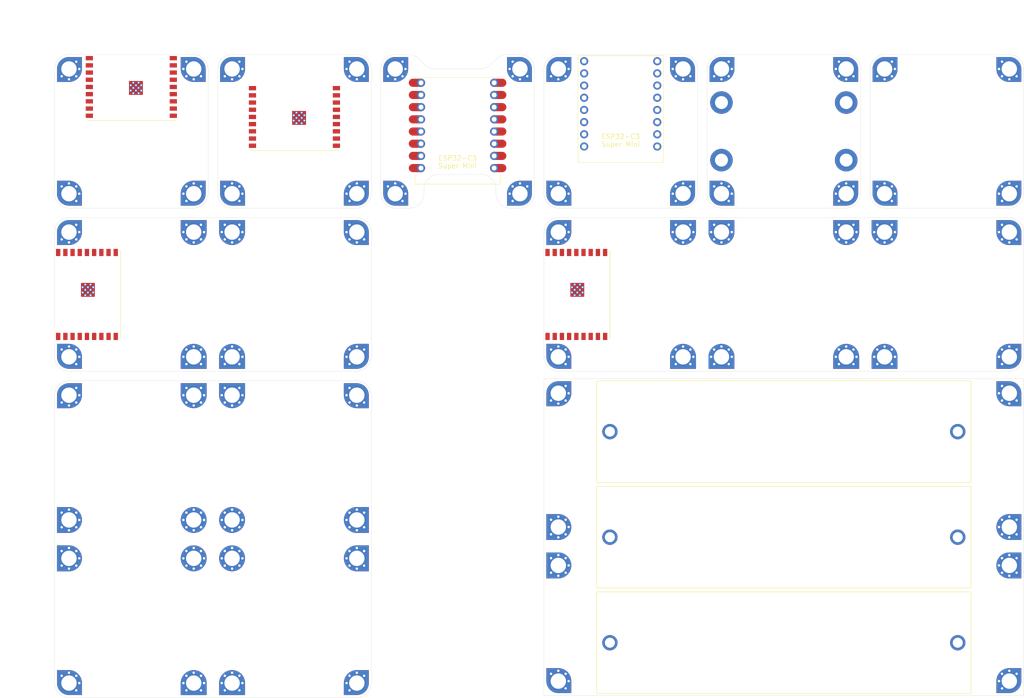
<source format=kicad_pcb>
(kicad_pcb (version 20240108) (generator "pcbnew") (generator_version "8.0")
  (layers (0 "F.Cu" signal) (31 "B.Cu" signal) (34 "B.Paste" user) (35 "F.Paste" user) (36 "B.SilkS" user "B.Silkscreen") (37 "F.SilkS" user "F.Silkscreen") (38 "B.Mask" user) (39 "F.Mask" user) (44 "Edge.Cuts" user))
  (net 0 "")
  (footprint "mechanical:MountingHole_3.2mm_M3_5.4mm_Pad_Via_side" (layer "F.Cu") (at 23 125)
    (property "Reference" "REF**" (hide yes))
    (property "Value" "MountingHole_3.2mm_M3_Pad_Via_side_compact" (hide yes))
    (pad "1" thru_hole circle (at -1.52 -1.52) (size 0.6 0.6) (drill 0.5) (layers "*.Cu" "*.Mask"))
    (pad "1" thru_hole circle (at -1.52 1.52) (size 0.6 0.6) (drill 0.5) (layers "*.Cu" "*.Mask"))
    (pad "1" thru_hole circle (at 0 -2.15) (size 0.6 0.6) (drill 0.5) (layers "*.Cu" "*.Mask"))
    (pad "1" thru_hole custom (at 0 0) (size 5 5.8) (drill 3.2) (layers "*.Cu" "*.Mask") (clearance 0.5) (options (clearance outline) (anchor circle)) (primitives (gr_poly (pts (xy -2.5 2.7) (xy -2.5 -2.7) (arc (start 0 -2.7) (mid 2.7 0) (end 0 2.7))) (width 0) (fill yes))))
    (pad "1" thru_hole circle (at 0 2.15) (size 0.6 0.6) (drill 0.5) (layers "*.Cu" "*.Mask"))
    (pad "1" thru_hole circle (at 1.52 -1.52) (size 0.6 0.6) (drill 0.5) (layers "*.Cu" "*.Mask"))
    (pad "1" thru_hole circle (at 1.52 1.52) (size 0.6 0.6) (drill 0.5) (layers "*.Cu" "*.Mask"))
    (pad "1" thru_hole circle (at 2.15 0) (size 0.6 0.6) (drill 0.5) (layers "*.Cu" "*.Mask"))
  )
  (footprint "mechanical:MountingHole_3.2mm_M3_5.4mm_Pad_Via_side" (layer "F.Cu") (at 49 57 -90)
    (property "Reference" "REF**" (hide yes))
    (property "Value" "MountingHole_3.2mm_M3_Pad_Via_side_compact" (hide yes))
    (pad "1" thru_hole circle (at -1.52 -1.52 270) (size 0.6 0.6) (drill 0.5) (layers "*.Cu" "*.Mask"))
    (pad "1" thru_hole circle (at -1.52 1.52 270) (size 0.6 0.6) (drill 0.5) (layers "*.Cu" "*.Mask"))
    (pad "1" thru_hole circle (at 0 -2.15 270) (size 0.6 0.6) (drill 0.5) (layers "*.Cu" "*.Mask"))
    (pad "1" thru_hole custom (at 0 0 270) (size 5 5.8) (drill 3.2) (layers "*.Cu" "*.Mask") (clearance 0.5) (options (clearance outline) (anchor circle)) (primitives (gr_poly (pts (xy -2.5 2.7) (xy -2.5 -2.7) (arc (start 0 -2.7) (mid 2.7 0) (end 0 2.7))) (width 0) (fill yes))))
    (pad "1" thru_hole circle (at 0 2.15 270) (size 0.6 0.6) (drill 0.5) (layers "*.Cu" "*.Mask"))
    (pad "1" thru_hole circle (at 1.52 -1.52 270) (size 0.6 0.6) (drill 0.5) (layers "*.Cu" "*.Mask"))
    (pad "1" thru_hole circle (at 1.52 1.52 270) (size 0.6 0.6) (drill 0.5) (layers "*.Cu" "*.Mask"))
    (pad "1" thru_hole circle (at 2.15 0 270) (size 0.6 0.6) (drill 0.5) (layers "*.Cu" "*.Mask"))
  )
  (footprint "MountingHole:MountingHole_2.7mm_M2.5_DIN965_Pad" (layer "F.Cu") (at 159 30)
    (property "Reference" "REF**" (hide yes))
    (property "Value" "MountingHole_2.7mm_M2.5_DIN965_Pad")
    (pad "1" thru_hole circle (at 0 0) (size 4.7 4.7) (drill 2.7) (layers "*.Cu" "*.Mask"))
  )
  (footprint "mechanical:MountingHole_3.2mm_M3_5.4mm_Pad_Via_side" (layer "F.Cu") (at 57 57 -90)
    (property "Reference" "REF**" (hide yes))
    (property "Value" "MountingHole_3.2mm_M3_Pad_Via_side_compact" (hide yes))
    (pad "1" thru_hole circle (at -1.52 -1.52 270) (size 0.6 0.6) (drill 0.5) (layers "*.Cu" "*.Mask"))
    (pad "1" thru_hole circle (at -1.52 1.52 270) (size 0.6 0.6) (drill 0.5) (layers "*.Cu" "*.Mask"))
    (pad "1" thru_hole circle (at 0 -2.15 270) (size 0.6 0.6) (drill 0.5) (layers "*.Cu" "*.Mask"))
    (pad "1" thru_hole custom (at 0 0 270) (size 5 5.8) (drill 3.2) (layers "*.Cu" "*.Mask") (clearance 0.5) (options (clearance outline) (anchor circle)) (primitives (gr_poly (pts (xy -2.5 2.7) (xy -2.5 -2.7) (arc (start 0 -2.7) (mid 2.7 0) (end 0 2.7))) (width 0) (fill yes))))
    (pad "1" thru_hole circle (at 0 2.15 270) (size 0.6 0.6) (drill 0.5) (layers "*.Cu" "*.Mask"))
    (pad "1" thru_hole circle (at 1.52 -1.52 270) (size 0.6 0.6) (drill 0.5) (layers "*.Cu" "*.Mask"))
    (pad "1" thru_hole circle (at 1.52 1.52 270) (size 0.6 0.6) (drill 0.5) (layers "*.Cu" "*.Mask"))
    (pad "1" thru_hole circle (at 2.15 0 270) (size 0.6 0.6) (drill 0.5) (layers "*.Cu" "*.Mask"))
  )
  (footprint "mechanical:MountingHole_3.2mm_M3_5.4mm_Pad_Via_corner" (layer "F.Cu") (at 125 150.591)
    (property "Reference" "REF**" (hide yes))
    (property "Value" "MountingHole_3.2mm_M3_5.4mm_Pad_Via_corner" (hide yes))
    (pad "1" thru_hole circle (at -1.52 -1.52) (size 0.6 0.6) (drill 0.5) (layers "*.Cu" "*.Mask"))
    (pad "1" thru_hole circle (at 0 -2.15) (size 0.6 0.6) (drill 0.5) (layers "*.Cu" "*.Mask"))
    (pad "1" thru_hole custom (at 0 0) (size 4.99 5) (drill 3.2) (layers "*.Cu" "*.Mask") (clearance 0.5) (options (clearance outline) (anchor circle)) (primitives (gr_poly (pts (arc (start 2.7 0) (mid 1.909188 -1.909188) (end 0 -2.7)) (xy -2.495 -2.7) (xy -2.495 0) (xy 0 2.495) (xy 2.7 2.495)) (width 0) (fill yes))))
    (pad "1" thru_hole circle (at 1.52 -1.52) (size 0.6 0.6) (drill 0.5) (layers "*.Cu" "*.Mask"))
    (pad "1" thru_hole circle (at 1.52 1.52) (size 0.6 0.6) (drill 0.5) (layers "*.Cu" "*.Mask"))
    (pad "1" thru_hole circle (at 2.15 0) (size 0.6 0.6) (drill 0.5) (layers "*.Cu" "*.Mask"))
  )
  (footprint "mechanical:MountingHole_3.2mm_M3_5.4mm_Pad_Via_side" (layer "F.Cu") (at 193 83 90)
    (property "Reference" "REF**" (hide yes))
    (property "Value" "MountingHole_3.2mm_M3_Pad_Via_side_compact" (hide yes))
    (pad "1" thru_hole circle (at -1.52 -1.52 90) (size 0.6 0.6) (drill 0.5) (layers "*.Cu" "*.Mask"))
    (pad "1" thru_hole circle (at -1.52 1.52 90) (size 0.6 0.6) (drill 0.5) (layers "*.Cu" "*.Mask"))
    (pad "1" thru_hole circle (at 0 -2.15 90) (size 0.6 0.6) (drill 0.5) (layers "*.Cu" "*.Mask"))
    (pad "1" thru_hole custom (at 0 0 90) (size 5 5.8) (drill 3.2) (layers "*.Cu" "*.Mask") (clearance 0.5) (options (clearance outline) (anchor circle)) (primitives (gr_poly (pts (xy -2.5 2.7) (xy -2.5 -2.7) (arc (start 0 -2.7) (mid 2.7 0) (end 0 2.7))) (width 0) (fill yes))))
    (pad "1" thru_hole circle (at 0 2.15 90) (size 0.6 0.6) (drill 0.5) (layers "*.Cu" "*.Mask"))
    (pad "1" thru_hole circle (at 1.52 -1.52 90) (size 0.6 0.6) (drill 0.5) (layers "*.Cu" "*.Mask"))
    (pad "1" thru_hole circle (at 1.52 1.52 90) (size 0.6 0.6) (drill 0.5) (layers "*.Cu" "*.Mask"))
    (pad "1" thru_hole circle (at 2.15 0 90) (size 0.6 0.6) (drill 0.5) (layers "*.Cu" "*.Mask"))
  )
  (footprint "module:ESP32-C3-WROOM-02" (layer "F.Cu") (at 70 33)
    (property "Reference" "SM1" (hide yes))
    (property "Value" "ESP32-C3-WROOM-02")
    (pad "1" smd rect (at -8.75 -6) (size 1.5 0.9) (layers "F.Cu" "F.Paste" "F.Mask"))
    (pad "2" smd rect (at -8.75 -4.5) (size 1.5 0.9) (layers "F.Cu" "F.Paste" "F.Mask"))
    (pad "3" smd rect (at -8.75 -3) (size 1.5 0.9) (layers "F.Cu" "F.Paste" "F.Mask"))
    (pad "4" smd rect (at -8.75 -1.5) (size 1.5 0.9) (layers "F.Cu" "F.Paste" "F.Mask"))
    (pad "5" smd rect (at -8.75 0) (size 1.5 0.9) (layers "F.Cu" "F.Paste" "F.Mask"))
    (pad "6" smd rect (at -8.75 1.5) (size 1.5 0.9) (layers "F.Cu" "F.Paste" "F.Mask"))
    (pad "7" smd rect (at -8.75 3) (size 1.5 0.9) (layers "F.Cu" "F.Paste" "F.Mask"))
    (pad "8" smd rect (at -8.75 4.5) (size 1.5 0.9) (layers "F.Cu" "F.Paste" "F.Mask"))
    (pad "9" smd rect (at -8.75 6) (size 1.5 0.9) (layers "F.Cu" "F.Paste" "F.Mask"))
    (pad "10" smd rect (at 8.75 6) (size 1.5 0.9) (layers "F.Cu" "F.Paste" "F.Mask"))
    (pad "11" smd rect (at 8.75 4.5) (size 1.5 0.9) (layers "F.Cu" "F.Paste" "F.Mask"))
    (pad "12" smd rect (at 8.75 3) (size 1.5 0.9) (layers "F.Cu" "F.Paste" "F.Mask"))
    (pad "13" smd rect (at 8.75 1.5) (size 1.5 0.9) (layers "F.Cu" "F.Paste" "F.Mask"))
    (pad "14" smd rect (at 8.75 0) (size 1.5 0.9) (layers "F.Cu" "F.Paste" "F.Mask"))
    (pad "15" smd rect (at 8.75 -1.5) (size 1.5 0.9) (layers "F.Cu" "F.Paste" "F.Mask"))
    (pad "16" smd rect (at 8.75 -3) (size 1.5 0.9) (layers "F.Cu" "F.Paste" "F.Mask"))
    (pad "17" smd rect (at 8.75 -4.5) (size 1.5 0.9) (layers "F.Cu" "F.Paste" "F.Mask"))
    (pad "18" smd rect (at 8.75 -6) (size 1.5 0.9) (layers "F.Cu" "F.Paste" "F.Mask"))
    (pad "19" thru_hole circle (at -0.14 -0.35) (size 0.6 0.6) (drill 0.3) (property pad_prop_heatsink) (layers "*.Cu" "F.Mask"))
    (pad "19" thru_hole circle (at -0.14 0.75) (size 0.6 0.6) (drill 0.3) (property pad_prop_heatsink) (layers "*.Cu" "F.Mask"))
    (pad "19" thru_hole circle (at 0.41 -0.9) (size 0.6 0.6) (drill 0.3) (property pad_prop_heatsink) (layers "*.Cu" "F.Mask"))
    (pad "19" thru_hole circle (at 0.41 0.2) (size 0.6 0.6) (drill 0.3) (property pad_prop_heatsink) (layers "*.Cu" "F.Mask"))
    (pad "19" thru_hole circle (at 0.41 1.3) (size 0.6 0.6) (drill 0.3) (property pad_prop_heatsink) (layers "*.Cu" "F.Mask"))
    (pad "19" thru_hole circle (at 0.96 -0.35) (size 0.6 0.6) (drill 0.3) (property pad_prop_heatsink) (layers "*.Cu" "F.Mask"))
    (pad "19" smd rect (at 0.96 0.2) (size 2.9 2.9) (property pad_prop_heatsink) (layers "F.Cu" "F.Mask"))
    (pad "19" thru_hole circle (at 0.96 0.75) (size 0.6 0.6) (drill 0.3) (property pad_prop_heatsink) (layers "*.Cu" "F.Mask"))
    (pad "19" thru_hole circle (at 1.51 -0.9) (size 0.6 0.6) (drill 0.3) (property pad_prop_heatsink) (layers "*.Cu" "F.Mask"))
    (pad "19" thru_hole circle (at 1.51 0.2) (size 0.6 0.6) (drill 0.3) (property pad_prop_heatsink) (layers "*.Cu" "F.Mask"))
    (pad "19" thru_hole circle (at 1.51 1.3) (size 0.6 0.6) (drill 0.3) (property pad_prop_heatsink) (layers "*.Cu" "F.Mask"))
    (pad "19" thru_hole circle (at 2.06 -0.35) (size 0.6 0.6) (drill 0.3) (property pad_prop_heatsink) (layers "*.Cu" "F.Mask"))
    (pad "19" thru_hole circle (at 2.06 0.75) (size 0.6 0.6) (drill 0.3) (property pad_prop_heatsink) (layers "*.Cu" "F.Mask"))
  )
  (footprint "connector:BatteryHolder_1x18650_THT" (layer "F.Cu") (at 172 142.591)
    (property "Reference" "REF**" (hide yes))
    (property "Value" "BatteryHolder_1x18650_THT")
    (pad "" np_thru_hole circle (at -27.75 0) (size 3 3) (drill 3) (layers "F&B.Cu" "*.Mask"))
    (pad "" np_thru_hole circle (at 27.75 0) (size 3 3) (drill 3) (layers "F&B.Cu" "*.Mask"))
    (pad "1" thru_hole circle (at -36.25 0) (size 3.2 3.2) (drill 2.1) (layers "*.Cu" "*.Mask"))
    (pad "2" thru_hole circle (at 36.25 0) (size 3.2 3.2) (drill 2.1) (layers "*.Cu" "*.Mask"))
  )
  (footprint "mechanical:MountingHole_3.2mm_M3_5.4mm_Pad_Via_corner" (layer "F.Cu") (at 83 57 180)
    (property "Reference" "REF**" (hide yes))
    (property "Value" "MountingHole_3.2mm_M3_5.4mm_Pad_Via_corner" (hide yes))
    (pad "1" thru_hole circle (at -1.52 -1.52 180) (size 0.6 0.6) (drill 0.5) (layers "*.Cu" "*.Mask"))
    (pad "1" thru_hole circle (at 0 -2.15 180) (size 0.6 0.6) (drill 0.5) (layers "*.Cu" "*.Mask"))
    (pad "1" thru_hole custom (at 0 0 180) (size 4.99 5) (drill 3.2) (layers "*.Cu" "*.Mask") (clearance 0.5) (options (clearance outline) (anchor circle)) (primitives (gr_poly (pts (arc (start 2.7 0) (mid 1.909188 -1.909188) (end 0 -2.7)) (xy -2.495 -2.7) (xy -2.495 0) (xy 0 2.495) (xy 2.7 2.495)) (width 0) (fill yes))))
    (pad "1" thru_hole circle (at 1.52 -1.52 180) (size 0.6 0.6) (drill 0.5) (layers "*.Cu" "*.Mask"))
    (pad "1" thru_hole circle (at 1.52 1.52 180) (size 0.6 0.6) (drill 0.5) (layers "*.Cu" "*.Mask"))
    (pad "1" thru_hole circle (at 2.15 0 180) (size 0.6 0.6) (drill 0.5) (layers "*.Cu" "*.Mask"))
  )
  (footprint "mechanical:MountingHole_3.2mm_M3_5.4mm_Pad_Via_corner" (layer "F.Cu") (at 159 49)
    (property "Reference" "REF**" (hide yes))
    (property "Value" "MountingHole_3.2mm_M3_5.4mm_Pad_Via_corner" (hide yes))
    (pad "1" thru_hole circle (at -1.52 -1.52) (size 0.6 0.6) (drill 0.5) (layers "*.Cu" "*.Mask"))
    (pad "1" thru_hole circle (at 0 -2.15) (size 0.6 0.6) (drill 0.5) (layers "*.Cu" "*.Mask"))
    (pad "1" thru_hole custom (at 0 0) (size 4.99 5) (drill 3.2) (layers "*.Cu" "*.Mask") (clearance 0.5) (options (clearance outline) (anchor circle)) (primitives (gr_poly (pts (arc (start 2.7 0) (mid 1.909188 -1.909188) (end 0 -2.7)) (xy -2.495 -2.7) (xy -2.495 0) (xy 0 2.495) (xy 2.7 2.495)) (width 0) (fill yes))))
    (pad "1" thru_hole circle (at 1.52 -1.52) (size 0.6 0.6) (drill 0.5) (layers "*.Cu" "*.Mask"))
    (pad "1" thru_hole circle (at 1.52 1.52) (size 0.6 0.6) (drill 0.5) (layers "*.Cu" "*.Mask"))
    (pad "1" thru_hole circle (at 2.15 0) (size 0.6 0.6) (drill 0.5) (layers "*.Cu" "*.Mask"))
  )
  (footprint "mechanical:MountingHole_3.2mm_M3_5.4mm_Pad_Via_side" (layer "F.Cu") (at 49 91 -90)
    (property "Reference" "REF**" (hide yes))
    (property "Value" "MountingHole_3.2mm_M3_Pad_Via_side_compact" (hide yes))
    (pad "1" thru_hole circle (at -1.52 -1.52 270) (size 0.6 0.6) (drill 0.5) (layers "*.Cu" "*.Mask"))
    (pad "1" thru_hole circle (at -1.52 1.52 270) (size 0.6 0.6) (drill 0.5) (layers "*.Cu" "*.Mask"))
    (pad "1" thru_hole circle (at 0 -2.15 270) (size 0.6 0.6) (drill 0.5) (layers "*.Cu" "*.Mask"))
    (pad "1" thru_hole custom (at 0 0 270) (size 5 5.8) (drill 3.2) (layers "*.Cu" "*.Mask") (clearance 0.5) (options (clearance outline) (anchor circle)) (primitives (gr_poly (pts (xy -2.5 2.7) (xy -2.5 -2.7) (arc (start 0 -2.7) (mid 2.7 0) (end 0 2.7))) (width 0) (fill yes))))
    (pad "1" thru_hole circle (at 0 2.15 270) (size 0.6 0.6) (drill 0.5) (layers "*.Cu" "*.Mask"))
    (pad "1" thru_hole circle (at 1.52 -1.52 270) (size 0.6 0.6) (drill 0.5) (layers "*.Cu" "*.Mask"))
    (pad "1" thru_hole circle (at 1.52 1.52 270) (size 0.6 0.6) (drill 0.5) (layers "*.Cu" "*.Mask"))
    (pad "1" thru_hole circle (at 2.15 0 270) (size 0.6 0.6) (drill 0.5) (layers "*.Cu" "*.Mask"))
  )
  (footprint "connector:BatteryHolder_1x18650_THT" (layer "F.Cu") (at 172 98.591)
    (property "Reference" "REF**" (hide yes))
    (property "Value" "BatteryHolder_1x18650_THT")
    (pad "" np_thru_hole circle (at -27.75 0) (size 3 3) (drill 3) (layers "F&B.Cu" "*.Mask"))
    (pad "" np_thru_hole circle (at 27.75 0) (size 3 3) (drill 3) (layers "F&B.Cu" "*.Mask"))
    (pad "1" thru_hole circle (at -36.25 0) (size 3.2 3.2) (drill 2.1) (layers "*.Cu" "*.Mask"))
    (pad "2" thru_hole circle (at 36.25 0) (size 3.2 3.2) (drill 2.1) (layers "*.Cu" "*.Mask"))
  )
  (footprint "mechanical:MountingHole_3.2mm_M3_5.4mm_Pad_Via_side" (layer "F.Cu") (at 57 83 90)
    (property "Reference" "REF**" (hide yes))
    (property "Value" "MountingHole_3.2mm_M3_Pad_Via_side_compact" (hide yes))
    (pad "1" thru_hole circle (at -1.52 -1.52 90) (size 0.6 0.6) (drill 0.5) (layers "*.Cu" "*.Mask"))
    (pad "1" thru_hole circle (at -1.52 1.52 90) (size 0.6 0.6) (drill 0.5) (layers "*.Cu" "*.Mask"))
    (pad "1" thru_hole circle (at 0 -2.15 90) (size 0.6 0.6) (drill 0.5) (layers "*.Cu" "*.Mask"))
    (pad "1" thru_hole custom (at 0 0 90) (size 5 5.8) (drill 3.2) (layers "*.Cu" "*.Mask") (clearance 0.5) (options (clearance outline) (anchor circle)) (primitives (gr_poly (pts (xy -2.5 2.7) (xy -2.5 -2.7) (arc (start 0 -2.7) (mid 2.7 0) (end 0 2.7))) (width 0) (fill yes))))
    (pad "1" thru_hole circle (at 0 2.15 90) (size 0.6 0.6) (drill 0.5) (layers "*.Cu" "*.Mask"))
    (pad "1" thru_hole circle (at 1.52 -1.52 90) (size 0.6 0.6) (drill 0.5) (layers "*.Cu" "*.Mask"))
    (pad "1" thru_hole circle (at 1.52 1.52 90) (size 0.6 0.6) (drill 0.5) (layers "*.Cu" "*.Mask"))
    (pad "1" thru_hole circle (at 2.15 0 90) (size 0.6 0.6) (drill 0.5) (layers "*.Cu" "*.Mask"))
  )
  (footprint "mechanical:MountingHole_3.2mm_M3_5.4mm_Pad_Via" (layer "F.Cu") (at 49 125)
    (property "Reference" "REF**" (hide yes))
    (property "Value" "MountingHole_3.2mm_M3_5.4mm_Pad_Via" (hide yes))
    (pad "1" thru_hole circle (at -2.15 0) (size 0.6 0.6) (drill 0.5) (layers "*.Cu" "*.Mask"))
    (pad "1" thru_hole circle (at -1.52 -1.52) (size 0.6 0.6) (drill 0.5) (layers "*.Cu" "*.Mask"))
    (pad "1" thru_hole circle (at -1.52 1.52) (size 0.6 0.6) (drill 0.5) (layers "*.Cu" "*.Mask"))
    (pad "1" thru_hole circle (at 0 -2.15) (size 0.6 0.6) (drill 0.5) (layers "*.Cu" "*.Mask"))
    (pad "1" thru_hole circle (at 0 0) (size 5.4 5.4) (drill 3.2) (layers "*.Cu" "*.Mask") (clearance 0.5))
    (pad "1" thru_hole circle (at 0 2.15) (size 0.6 0.6) (drill 0.5) (layers "*.Cu" "*.Mask"))
    (pad "1" thru_hole circle (at 1.52 -1.52) (size 0.6 0.6) (drill 0.5) (layers "*.Cu" "*.Mask"))
    (pad "1" thru_hole circle (at 1.52 1.52) (size 0.6 0.6) (drill 0.5) (layers "*.Cu" "*.Mask"))
    (pad "1" thru_hole circle (at 2.15 0) (size 0.6 0.6) (drill 0.5) (layers "*.Cu" "*.Mask"))
  )
  (footprint "connector:BatteryHolder_1x18650_THT" (layer "F.Cu") (at 172 120.591)
    (property "Reference" "REF**" (hide yes))
    (property "Value" "BatteryHolder_1x18650_THT")
    (pad "" np_thru_hole circle (at -27.75 0) (size 3 3) (drill 3) (layers "F&B.Cu" "*.Mask"))
    (pad "" np_thru_hole circle (at 27.75 0) (size 3 3) (drill 3) (layers "F&B.Cu" "*.Mask"))
    (pad "1" thru_hole circle (at -36.25 0) (size 3.2 3.2) (drill 2.1) (layers "*.Cu" "*.Mask"))
    (pad "2" thru_hole circle (at 36.25 0) (size 3.2 3.2) (drill 2.1) (layers "*.Cu" "*.Mask"))
  )
  (footprint "mechanical:MountingHole_3.2mm_M3_5.4mm_Pad_Via_side" (layer "F.Cu") (at 49 151 90)
    (property "Reference" "REF**" (hide yes))
    (property "Value" "MountingHole_3.2mm_M3_Pad_Via_side_compact" (hide yes))
    (pad "1" thru_hole circle (at -1.52 -1.52 90) (size 0.6 0.6) (drill 0.5) (layers "*.Cu" "*.Mask"))
    (pad "1" thru_hole circle (at -1.52 1.52 90) (size 0.6 0.6) (drill 0.5) (layers "*.Cu" "*.Mask"))
    (pad "1" thru_hole circle (at 0 -2.15 90) (size 0.6 0.6) (drill 0.5) (layers "*.Cu" "*.Mask"))
    (pad "1" thru_hole custom (at 0 0 90) (size 5 5.8) (drill 3.2) (layers "*.Cu" "*.Mask") (clearance 0.5) (options (clearance outline) (anchor circle)) (primitives (gr_poly (pts (xy -2.5 2.7) (xy -2.5 -2.7) (arc (start 0 -2.7) (mid 2.7 0) (end 0 2.7))) (width 0) (fill yes))))
    (pad "1" thru_hole circle (at 0 2.15 90) (size 0.6 0.6) (drill 0.5) (layers "*.Cu" "*.Mask"))
    (pad "1" thru_hole circle (at 1.52 -1.52 90) (size 0.6 0.6) (drill 0.5) (layers "*.Cu" "*.Mask"))
    (pad "1" thru_hole circle (at 1.52 1.52 90) (size 0.6 0.6) (drill 0.5) (layers "*.Cu" "*.Mask"))
    (pad "1" thru_hole circle (at 2.15 0 90) (size 0.6 0.6) (drill 0.5) (layers "*.Cu" "*.Mask"))
  )
  (footprint "mechanical:MountingHole_3.2mm_M3_5.4mm_Pad_Via_side" (layer "F.Cu") (at 185 57 -90)
    (property "Reference" "REF**" (hide yes))
    (property "Value" "MountingHole_3.2mm_M3_Pad_Via_side_compact" (hide yes))
    (pad "1" thru_hole circle (at -1.52 -1.52 270) (size 0.6 0.6) (drill 0.5) (layers "*.Cu" "*.Mask"))
    (pad "1" thru_hole circle (at -1.52 1.52 270) (size 0.6 0.6) (drill 0.5) (layers "*.Cu" "*.Mask"))
    (pad "1" thru_hole circle (at 0 -2.15 270) (size 0.6 0.6) (drill 0.5) (layers "*.Cu" "*.Mask"))
    (pad "1" thru_hole custom (at 0 0 270) (size 5 5.8) (drill 3.2) (layers "*.Cu" "*.Mask") (clearance 0.5) (options (clearance outline) (anchor circle)) (primitives (gr_poly (pts (xy -2.5 2.7) (xy -2.5 -2.7) (arc (start 0 -2.7) (mid 2.7 0) (end 0 2.7))) (width 0) (fill yes))))
    (pad "1" thru_hole circle (at 0 2.15 270) (size 0.6 0.6) (drill 0.5) (layers "*.Cu" "*.Mask"))
    (pad "1" thru_hole circle (at 1.52 -1.52 270) (size 0.6 0.6) (drill 0.5) (layers "*.Cu" "*.Mask"))
    (pad "1" thru_hole circle (at 1.52 1.52 270) (size 0.6 0.6) (drill 0.5) (layers "*.Cu" "*.Mask"))
    (pad "1" thru_hole circle (at 2.15 0 270) (size 0.6 0.6) (drill 0.5) (layers "*.Cu" "*.Mask"))
  )
  (footprint "module:ESP32-C3-WROOM-02" (layer "F.Cu") (at 128.75 70 90)
    (property "Reference" "SM1" (hide yes))
    (property "Value" "ESP32-C3-WROOM-02")
    (pad "1" smd rect (at -8.75 -6 90) (size 1.5 0.9) (layers "F.Cu" "F.Paste" "F.Mask"))
    (pad "2" smd rect (at -8.75 -4.5 90) (size 1.5 0.9) (layers "F.Cu" "F.Paste" "F.Mask"))
    (pad "3" smd rect (at -8.75 -3 90) (size 1.5 0.9) (layers "F.Cu" "F.Paste" "F.Mask"))
    (pad "4" smd rect (at -8.75 -1.5 90) (size 1.5 0.9) (layers "F.Cu" "F.Paste" "F.Mask"))
    (pad "5" smd rect (at -8.75 0 90) (size 1.5 0.9) (layers "F.Cu" "F.Paste" "F.Mask"))
    (pad "6" smd rect (at -8.75 1.5 90) (size 1.5 0.9) (layers "F.Cu" "F.Paste" "F.Mask"))
    (pad "7" smd rect (at -8.75 3 90) (size 1.5 0.9) (layers "F.Cu" "F.Paste" "F.Mask"))
    (pad "8" smd rect (at -8.75 4.5 90) (size 1.5 0.9) (layers "F.Cu" "F.Paste" "F.Mask"))
    (pad "9" smd rect (at -8.75 6 90) (size 1.5 0.9) (layers "F.Cu" "F.Paste" "F.Mask"))
    (pad "10" smd rect (at 8.75 6 90) (size 1.5 0.9) (layers "F.Cu" "F.Paste" "F.Mask"))
    (pad "11" smd rect (at 8.75 4.5 90) (size 1.5 0.9) (layers "F.Cu" "F.Paste" "F.Mask"))
    (pad "12" smd rect (at 8.75 3 90) (size 1.5 0.9) (layers "F.Cu" "F.Paste" "F.Mask"))
    (pad "13" smd rect (at 8.75 1.5 90) (size 1.5 0.9) (layers "F.Cu" "F.Paste" "F.Mask"))
    (pad "14" smd rect (at 8.75 0 90) (size 1.5 0.9) (layers "F.Cu" "F.Paste" "F.Mask"))
    (pad "15" smd rect (at 8.75 -1.5 90) (size 1.5 0.9) (layers "F.Cu" "F.Paste" "F.Mask"))
    (pad "16" smd rect (at 8.75 -3 90) (size 1.5 0.9) (layers "F.Cu" "F.Paste" "F.Mask"))
    (pad "17" smd rect (at 8.75 -4.5 90) (size 1.5 0.9) (layers "F.Cu" "F.Paste" "F.Mask"))
    (pad "18" smd rect (at 8.75 -6 90) (size 1.5 0.9) (layers "F.Cu" "F.Paste" "F.Mask"))
    (pad "19" thru_hole circle (at -0.14 -0.35 90) (size 0.6 0.6) (drill 0.3) (property pad_prop_heatsink) (layers "*.Cu" "F.Mask"))
    (pad "19" thru_hole circle (at -0.14 0.75 90) (size 0.6 0.6) (drill 0.3) (property pad_prop_heatsink) (layers "*.Cu" "F.Mask"))
    (pad "19" thru_hole circle (at 0.41 -0.9 90) (size 0.6 0.6) (drill 0.3) (property pad_prop_heatsink) (layers "*.Cu" "F.Mask"))
    (pad "19" thru_hole circle (at 0.41 0.2 90) (size 0.6 0.6) (drill 0.3) (property pad_prop_heatsink) (layers "*.Cu" "F.Mask"))
    (pad "19" thru_hole circle (at 0.41 1.3 90) (size 0.6 0.6) (drill 0.3) (property pad_prop_heatsink) (layers "*.Cu" "F.Mask"))
    (pad "19" thru_hole circle (at 0.96 -0.35 90) (size 0.6 0.6) (drill 0.3) (property pad_prop_heatsink) (layers "*.Cu" "F.Mask"))
    (pad "19" smd rect (at 0.96 0.2 90) (size 2.9 2.9) (property pad_prop_heatsink) (layers "F.Cu" "F.Mask"))
    (pad "19" thru_hole circle (at 0.96 0.75 90) (size 0.6 0.6) (drill 0.3) (property pad_prop_heatsink) (layers "*.Cu" "F.Mask"))
    (pad "19" thru_hole circle (at 1.51 -0.9 90) (size 0.6 0.6) (drill 0.3) (property pad_prop_heatsink) (layers "*.Cu" "F.Mask"))
    (pad "19" thru_hole circle (at 1.51 0.2 90) (size 0.6 0.6) (drill 0.3) (property pad_prop_heatsink) (layers "*.Cu" "F.Mask"))
    (pad "19" thru_hole circle (at 1.51 1.3 90) (size 0.6 0.6) (drill 0.3) (property pad_prop_heatsink) (layers "*.Cu" "F.Mask"))
    (pad "19" thru_hole circle (at 2.06 -0.35 90) (size 0.6 0.6) (drill 0.3) (property pad_prop_heatsink) (layers "*.Cu" "F.Mask"))
    (pad "19" thru_hole circle (at 2.06 0.75 90) (size 0.6 0.6) (drill 0.3) (property pad_prop_heatsink) (layers "*.Cu" "F.Mask"))
  )
  (footprint "mechanical:MountingHole_3.2mm_M3_5.4mm_Pad_Via_corner" (layer "F.Cu") (at 219 49 90)
    (property "Reference" "REF**" (hide yes))
    (property "Value" "MountingHole_3.2mm_M3_5.4mm_Pad_Via_corner" (hide yes))
    (pad "1" thru_hole circle (at -1.52 -1.52 90) (size 0.6 0.6) (drill 0.5) (layers "*.Cu" "*.Mask"))
    (pad "1" thru_hole circle (at 0 -2.15 90) (size 0.6 0.6) (drill 0.5) (layers "*.Cu" "*.Mask"))
    (pad "1" thru_hole custom (at 0 0 90) (size 4.99 5) (drill 3.2) (layers "*.Cu" "*.Mask") (clearance 0.5) (options (clearance outline) (anchor circle)) (primitives (gr_poly (pts (arc (start 2.7 0) (mid 1.909188 -1.909188) (end 0 -2.7)) (xy -2.495 -2.7) (xy -2.495 0) (xy 0 2.495) (xy 2.7 2.495)) (width 0) (fill yes))))
    (pad "1" thru_hole circle (at 1.52 -1.52 90) (size 0.6 0.6) (drill 0.5) (layers "*.Cu" "*.Mask"))
    (pad "1" thru_hole circle (at 1.52 1.52 90) (size 0.6 0.6) (drill 0.5) (layers "*.Cu" "*.Mask"))
    (pad "1" thru_hole circle (at 2.15 0 90) (size 0.6 0.6) (drill 0.5) (layers "*.Cu" "*.Mask"))
  )
  (footprint "mechanical:MountingHole_3.2mm_M3_5.4mm_Pad_Via_side" (layer "F.Cu") (at 57 91 -90)
    (property "Reference" "REF**" (hide yes))
    (property "Value" "MountingHole_3.2mm_M3_Pad_Via_side_compact" (hide yes))
    (pad "1" thru_hole circle (at -1.52 -1.52 270) (size 0.6 0.6) (drill 0.5) (layers "*.Cu" "*.Mask"))
    (pad "1" thru_hole circle (at -1.52 1.52 270) (size 0.6 0.6) (drill 0.5) (layers "*.Cu" "*.Mask"))
    (pad "1" thru_hole circle (at 0 -2.15 270) (size 0.6 0.6) (drill 0.5) (layers "*.Cu" "*.Mask"))
    (pad "1" thru_hole custom (at 0 0 270) (size 5 5.8) (drill 3.2) (layers "*.Cu" "*.Mask") (clearance 0.5) (options (clearance outline) (anchor circle)) (primitives (gr_poly (pts (xy -2.5 2.7) (xy -2.5 -2.7) (arc (start 0 -2.7) (mid 2.7 0) (end 0 2.7))) (width 0) (fill yes))))
    (pad "1" thru_hole circle (at 0 2.15 270) (size 0.6 0.6) (drill 0.5) (layers "*.Cu" "*.Mask"))
    (pad "1" thru_hole circle (at 1.52 -1.52 270) (size 0.6 0.6) (drill 0.5) (layers "*.Cu" "*.Mask"))
    (pad "1" thru_hole circle (at 1.52 1.52 270) (size 0.6 0.6) (drill 0.5) (layers "*.Cu" "*.Mask"))
    (pad "1" thru_hole circle (at 2.15 0 270) (size 0.6 0.6) (drill 0.5) (layers "*.Cu" "*.Mask"))
  )
  (footprint "mechanical:MountingHole_3.2mm_M3_5.4mm_Pad_Via_side" (layer "F.Cu") (at 185 83 90)
    (property "Reference" "REF**" (hide yes))
    (property "Value" "MountingHole_3.2mm_M3_Pad_Via_side_compact" (hide yes))
    (pad "1" thru_hole circle (at -1.52 -1.52 90) (size 0.6 0.6) (drill 0.5) (layers "*.Cu" "*.Mask"))
    (pad "1" thru_hole circle (at -1.52 1.52 90) (size 0.6 0.6) (drill 0.5) (layers "*.Cu" "*.Mask"))
    (pad "1" thru_hole circle (at 0 -2.15 90) (size 0.6 0.6) (drill 0.5) (layers "*.Cu" "*.Mask"))
    (pad "1" thru_hole custom (at 0 0 90) (size 5 5.8) (drill 3.2) (layers "*.Cu" "*.Mask") (clearance 0.5) (options (clearance outline) (anchor circle)) (primitives (gr_poly (pts (xy -2.5 2.7) (xy -2.5 -2.7) (arc (start 0 -2.7) (mid 2.7 0) (end 0 2.7))) (width 0) (fill yes))))
    (pad "1" thru_hole circle (at 0 2.15 90) (size 0.6 0.6) (drill 0.5) (layers "*.Cu" "*.Mask"))
    (pad "1" thru_hole circle (at 1.52 -1.52 90) (size 0.6 0.6) (drill 0.5) (layers "*.Cu" "*.Mask"))
    (pad "1" thru_hole circle (at 1.52 1.52 90) (size 0.6 0.6) (drill 0.5) (layers "*.Cu" "*.Mask"))
    (pad "1" thru_hole circle (at 2.15 0 90) (size 0.6 0.6) (drill 0.5) (layers "*.Cu" "*.Mask"))
  )
  (footprint "mechanical:MountingHole_3.2mm_M3_5.4mm_Pad_Via_corner" (layer "F.Cu") (at 23 49)
    (property "Reference" "REF**" (hide yes))
    (property "Value" "MountingHole_3.2mm_M3_5.4mm_Pad_Via_corner" (hide yes))
    (pad "1" thru_hole circle (at -1.52 -1.52) (size 0.6 0.6) (drill 0.5) (layers "*.Cu" "*.Mask"))
    (pad "1" thru_hole circle (at 0 -2.15) (size 0.6 0.6) (drill 0.5) (layers "*.Cu" "*.Mask"))
    (pad "1" thru_hole custom (at 0 0) (size 4.99 5) (drill 3.2) (layers "*.Cu" "*.Mask") (clearance 0.5) (options (clearance outline) (anchor circle)) (primitives (gr_poly (pts (arc (start 2.7 0) (mid 1.909188 -1.909188) (end 0 -2.7)) (xy -2.495 -2.7) (xy -2.495 0) (xy 0 2.495) (xy 2.7 2.495)) (width 0) (fill yes))))
    (pad "1" thru_hole circle (at 1.52 -1.52) (size 0.6 0.6) (drill 0.5) (layers "*.Cu" "*.Mask"))
    (pad "1" thru_hole circle (at 1.52 1.52) (size 0.6 0.6) (drill 0.5) (layers "*.Cu" "*.Mask"))
    (pad "1" thru_hole circle (at 2.15 0) (size 0.6 0.6) (drill 0.5) (layers "*.Cu" "*.Mask"))
  )
  (footprint "mechanical:MountingHole_3.2mm_M3_5.4mm_Pad_Via_corner" (layer "F.Cu") (at 57 49)
    (property "Reference" "REF**" (hide yes))
    (property "Value" "MountingHole_3.2mm_M3_5.4mm_Pad_Via_corner" (hide yes))
    (pad "1" thru_hole circle (at -1.52 -1.52) (size 0.6 0.6) (drill 0.5) (layers "*.Cu" "*.Mask"))
    (pad "1" thru_hole circle (at 0 -2.15) (size 0.6 0.6) (drill 0.5) (layers "*.Cu" "*.Mask"))
    (pad "1" thru_hole custom (at 0 0) (size 4.99 5) (drill 3.2) (layers "*.Cu" "*.Mask") (clearance 0.5) (options (clearance outline) (anchor circle)) (primitives (gr_poly (pts (arc (start 2.7 0) (mid 1.909188 -1.909188) (end 0 -2.7)) (xy -2.495 -2.7) (xy -2.495 0) (xy 0 2.495) (xy 2.7 2.495)) (width 0) (fill yes))))
    (pad "1" thru_hole circle (at 1.52 -1.52) (size 0.6 0.6) (drill 0.5) (layers "*.Cu" "*.Mask"))
    (pad "1" thru_hole circle (at 1.52 1.52) (size 0.6 0.6) (drill 0.5) (layers "*.Cu" "*.Mask"))
    (pad "1" thru_hole circle (at 2.15 0) (size 0.6 0.6) (drill 0.5) (layers "*.Cu" "*.Mask"))
  )
  (footprint "mechanical:MountingHole_3.2mm_M3_5.4mm_Pad_Via_corner" (layer "F.Cu") (at 23 83)
    (property "Reference" "REF**" (hide yes))
    (property "Value" "MountingHole_3.2mm_M3_5.4mm_Pad_Via_corner" (hide yes))
    (pad "1" thru_hole circle (at -1.52 -1.52) (size 0.6 0.6) (drill 0.5) (layers "*.Cu" "*.Mask"))
    (pad "1" thru_hole circle (at 0 -2.15) (size 0.6 0.6) (drill 0.5) (layers "*.Cu" "*.Mask"))
    (pad "1" thru_hole custom (at 0 0) (size 4.99 5) (drill 3.2) (layers "*.Cu" "*.Mask") (clearance 0.5) (options (clearance outline) (anchor circle)) (primitives (gr_poly (pts (arc (start 2.7 0) (mid 1.909188 -1.909188) (end 0 -2.7)) (xy -2.495 -2.7) (xy -2.495 0) (xy 0 2.495) (xy 2.7 2.495)) (width 0) (fill yes))))
    (pad "1" thru_hole circle (at 1.52 -1.52) (size 0.6 0.6) (drill 0.5) (layers "*.Cu" "*.Mask"))
    (pad "1" thru_hole circle (at 1.52 1.52) (size 0.6 0.6) (drill 0.5) (layers "*.Cu" "*.Mask"))
    (pad "1" thru_hole circle (at 2.15 0) (size 0.6 0.6) (drill 0.5) (layers "*.Cu" "*.Mask"))
  )
  (footprint "module:ESP32-C3-Super-Mini-Castellated-SMD" (layer "F.Cu") (at 104 33.5)
    (property "Reference" "SM1" (hide yes))
    (property "Value" "ESP32-C3 Super Mini")
    (pad "0" thru_hole oval (at 7.62 10.16) (size 1.7 1.7) (drill 1) (layers "*.Cu" "*.Mask"))
    (pad "0" smd oval (at 7.62 10.16) (size 3.4 1.7) (drill (offset 0.85 0)) (layers "F.Cu" "F.Mask"))
    (pad "1" thru_hole oval (at 7.62 7.62) (size 1.7 1.7) (drill 1) (layers "*.Cu" "*.Mask"))
    (pad "1" smd oval (at 7.62 7.62) (size 3.4 1.7) (drill (offset 0.85 0)) (layers "F.Cu" "F.Mask"))
    (pad "2" thru_hole oval (at 7.62 5.08) (size 1.7 1.7) (drill 1) (layers "*.Cu" "*.Mask"))
    (pad "2" smd oval (at 7.62 5.08) (size 3.4 1.7) (drill (offset 0.85 0)) (layers "F.Cu" "F.Mask"))
    (pad "3" thru_hole oval (at 7.62 2.54) (size 1.7 1.7) (drill 1) (layers "*.Cu" "*.Mask"))
    (pad "3" smd oval (at 7.62 2.54) (size 3.4 1.7) (drill (offset 0.85 0)) (layers "F.Cu" "F.Mask"))
    (pad "3V3" thru_hole oval (at 7.62 -2.54) (size 1.7 1.7) (drill 1) (layers "*.Cu" "*.Mask"))
    (pad "3V3" smd oval (at 7.62 -2.54) (size 3.4 1.7) (drill (offset 0.85 0)) (layers "F.Cu" "F.Mask"))
    (pad "4" thru_hole oval (at 7.62 0) (size 1.7 1.7) (drill 1) (layers "*.Cu" "*.Mask"))
    (pad "4" smd oval (at 7.62 0) (size 3.4 1.7) (drill (offset 0.85 0)) (layers "F.Cu" "F.Mask"))
    (pad "5" thru_hole oval (at -7.62 -7.62) (size 1.7 1.7) (drill 1) (layers "*.Cu" "*.Mask"))
    (pad "5" smd oval (at -7.62 -7.62) (size 3.4 1.7) (drill (offset -0.85 0)) (layers "F.Cu" "F.Mask"))
    (pad "5V" thru_hole oval (at 7.62 -7.62) (size 1.7 1.7) (drill 1) (layers "*.Cu" "*.Mask"))
    (pad "5V" smd oval (at 7.62 -7.62) (size 3.4 1.7) (drill (offset 0.85 0)) (layers "F.Cu" "F.Mask"))
    (pad "6" thru_hole oval (at -7.62 -5.08) (size 1.7 1.7) (drill 1) (layers "*.Cu" "*.Mask"))
    (pad "6" smd oval (at -7.62 -5.08) (size 3.4 1.7) (drill (offset -0.85 0)) (layers "F.Cu" "F.Mask"))
    (pad "7" thru_hole oval (at -7.62 -2.54) (size 1.7 1.7) (drill 1) (layers "*.Cu" "*.Mask"))
    (pad "7" smd oval (at -7.62 -2.54) (size 3.4 1.7) (drill (offset -0.85 0)) (layers "F.Cu" "F.Mask"))
    (pad "8" thru_hole oval (at -7.62 0) (size 1.7 1.7) (drill 1) (layers "*.Cu" "*.Mask"))
    (pad "8" smd oval (at -7.62 0) (size 3.4 1.7) (drill (offset -0.85 0)) (layers "F.Cu" "F.Mask"))
    (pad "9" thru_hole oval (at -7.62 2.54) (size 1.7 1.7) (drill 1) (layers "*.Cu" "*.Mask"))
    (pad "9" smd oval (at -7.62 2.54) (size 3.4 1.7) (drill (offset -0.85 0)) (layers "F.Cu" "F.Mask"))
    (pad "10" thru_hole oval (at -7.62 5.08) (size 1.7 1.7) (drill 1) (layers "*.Cu" "*.Mask"))
    (pad "10" smd oval (at -7.62 5.08) (size 3.4 1.7) (drill (offset -0.85 0)) (layers "F.Cu" "F.Mask"))
    (pad "20" thru_hole oval (at -7.62 7.62) (size 1.7 1.7) (drill 1) (layers "*.Cu" "*.Mask"))
    (pad "20" smd oval (at -7.62 7.62) (size 3.4 1.7) (drill (offset -0.85 0)) (layers "F.Cu" "F.Mask"))
    (pad "21" thru_hole oval (at -7.62 10.16) (size 1.7 1.7) (drill 1) (layers "*.Cu" "*.Mask"))
    (pad "21" smd oval (at -7.62 10.16) (size 3.4 1.7) (drill (offset -0.85 0)) (layers "F.Cu" "F.Mask"))
    (pad "G" thru_hole oval (at 7.62 -5.08) (size 1.7 1.7) (drill 1) (layers "*.Cu" "*.Mask"))
    (pad "G" smd oval (at 7.62 -5.08) (size 3.4 1.7) (drill (offset 0.85 0)) (layers "F.Cu" "F.Mask"))
  )
  (footprint "mechanical:MountingHole_3.2mm_M3_5.4mm_Pad_Via_corner" (layer "F.Cu") (at 49 49 90)
    (property "Reference" "REF**" (hide yes))
    (property "Value" "MountingHole_3.2mm_M3_5.4mm_Pad_Via_corner" (hide yes))
    (pad "1" thru_hole circle (at -1.52 -1.52 90) (size 0.6 0.6) (drill 0.5) (layers "*.Cu" "*.Mask"))
    (pad "1" thru_hole circle (at 0 -2.15 90) (size 0.6 0.6) (drill 0.5) (layers "*.Cu" "*.Mask"))
    (pad "1" thru_hole custom (at 0 0 90) (size 4.99 5) (drill 3.2) (layers "*.Cu" "*.Mask") (clearance 0.5) (options (clearance outline) (anchor circle)) (primitives (gr_poly (pts (arc (start 2.7 0) (mid 1.909188 -1.909188) (end 0 -2.7)) (xy -2.495 -2.7) (xy -2.495 0) (xy 0 2.495) (xy 2.7 2.495)) (width 0) (fill yes))))
    (pad "1" thru_hole circle (at 1.52 -1.52 90) (size 0.6 0.6) (drill 0.5) (layers "*.Cu" "*.Mask"))
    (pad "1" thru_hole circle (at 1.52 1.52 90) (size 0.6 0.6) (drill 0.5) (layers "*.Cu" "*.Mask"))
    (pad "1" thru_hole circle (at 2.15 0 90) (size 0.6 0.6) (drill 0.5) (layers "*.Cu" "*.Mask"))
  )
  (footprint "mechanical:MountingHole_3.2mm_M3_5.4mm_Pad_Via_corner" (layer "F.Cu") (at 125 49)
    (property "Reference" "REF**" (hide yes))
    (property "Value" "MountingHole_3.2mm_M3_5.4mm_Pad_Via_corner" (hide yes))
    (pad "1" thru_hole circle (at -1.52 -1.52) (size 0.6 0.6) (drill 0.5) (layers "*.Cu" "*.Mask"))
    (pad "1" thru_hole circle (at 0 -2.15) (size 0.6 0.6) (drill 0.5) (layers "*.Cu" "*.Mask"))
    (pad "1" thru_hole custom (at 0 0) (size 4.99 5) (drill 3.2) (layers "*.Cu" "*.Mask") (clearance 0.5) (options (clearance outline) (anchor circle)) (primitives (gr_poly (pts (arc (start 2.7 0) (mid 1.909188 -1.909188) (end 0 -2.7)) (xy -2.495 -2.7) (xy -2.495 0) (xy 0 2.495) (xy 2.7 2.495)) (width 0) (fill yes))))
    (pad "1" thru_hole circle (at 1.52 -1.52) (size 0.6 0.6) (drill 0.5) (layers "*.Cu" "*.Mask"))
    (pad "1" thru_hole circle (at 1.52 1.52) (size 0.6 0.6) (drill 0.5) (layers "*.Cu" "*.Mask"))
    (pad "1" thru_hole circle (at 2.15 0) (size 0.6 0.6) (drill 0.5) (layers "*.Cu" "*.Mask"))
  )
  (footprint "mechanical:MountingHole_3.2mm_M3_5.4mm_Pad_Via_side" (layer "F.Cu") (at 49 83 90)
    (property "Reference" "REF**" (hide yes))
    (property "Value" "MountingHole_3.2mm_M3_Pad_Via_side_compact" (hide yes))
    (pad "1" thru_hole circle (at -1.52 -1.52 90) (size 0.6 0.6) (drill 0.5) (layers "*.Cu" "*.Mask"))
    (pad "1" thru_hole circle (at -1.52 1.52 90) (size 0.6 0.6) (drill 0.5) (layers "*.Cu" "*.Mask"))
    (pad "1" thru_hole circle (at 0 -2.15 90) (size 0.6 0.6) (drill 0.5) (layers "*.Cu" "*.Mask"))
    (pad "1" thru_hole custom (at 0 0 90) (size 5 5.8) (drill 3.2) (layers "*.Cu" "*.Mask") (clearance 0.5) (options (clearance outline) (anchor circle)) (primitives (gr_poly (pts (xy -2.5 2.7) (xy -2.5 -2.7) (arc (start 0 -2.7) (mid 2.7 0) (end 0 2.7))) (width 0) (fill yes))))
    (pad "1" thru_hole circle (at 0 2.15 90) (size 0.6 0.6) (drill 0.5) (layers "*.Cu" "*.Mask"))
    (pad "1" thru_hole circle (at 1.52 -1.52 90) (size 0.6 0.6) (drill 0.5) (layers "*.Cu" "*.Mask"))
    (pad "1" thru_hole circle (at 1.52 1.52 90) (size 0.6 0.6) (drill 0.5) (layers "*.Cu" "*.Mask"))
    (pad "1" thru_hole circle (at 2.15 0 90) (size 0.6 0.6) (drill 0.5) (layers "*.Cu" "*.Mask"))
  )
  (footprint "mechanical:MountingHole_3.2mm_M3_5.4mm_Pad_Via_side" (layer "F.Cu") (at 125 126.48)
    (property "Reference" "REF**" (hide yes))
    (property "Value" "MountingHole_3.2mm_M3_Pad_Via_side_compact" (hide yes))
    (pad "1" thru_hole circle (at -1.52 -1.52) (size 0.6 0.6) (drill 0.5) (layers "*.Cu" "*.Mask"))
    (pad "1" thru_hole circle (at -1.52 1.52) (size 0.6 0.6) (drill 0.5) (layers "*.Cu" "*.Mask"))
    (pad "1" thru_hole circle (at 0 -2.15) (size 0.6 0.6) (drill 0.5) (layers "*.Cu" "*.Mask"))
    (pad "1" thru_hole custom (at 0 0) (size 5 5.8) (drill 3.2) (layers "*.Cu" "*.Mask") (clearance 0.5) (options (clearance outline) (anchor circle)) (primitives (gr_poly (pts (xy -2.5 2.7) (xy -2.5 -2.7) (arc (start 0 -2.7) (mid 2.7 0) (end 0 2.7))) (width 0) (fill yes))))
    (pad "1" thru_hole circle (at 0 2.15) (size 0.6 0.6) (drill 0.5) (layers "*.Cu" "*.Mask"))
    (pad "1" thru_hole circle (at 1.52 -1.52) (size 0.6 0.6) (drill 0.5) (layers "*.Cu" "*.Mask"))
    (pad "1" thru_hole circle (at 1.52 1.52) (size 0.6 0.6) (drill 0.5) (layers "*.Cu" "*.Mask"))
    (pad "1" thru_hole circle (at 2.15 0) (size 0.6 0.6) (drill 0.5) (layers "*.Cu" "*.Mask"))
  )
  (footprint "mechanical:MountingHole_3.2mm_M3_5.4mm_Pad_Via_corner" (layer "F.Cu") (at 125 57 -90)
    (property "Reference" "REF**" (hide yes))
    (property "Value" "MountingHole_3.2mm_M3_5.4mm_Pad_Via_corner" (hide yes))
    (pad "1" thru_hole circle (at -1.52 -1.52 270) (size 0.6 0.6) (drill 0.5) (layers "*.Cu" "*.Mask"))
    (pad "1" thru_hole circle (at 0 -2.15 270) (size 0.6 0.6) (drill 0.5) (layers "*.Cu" "*.Mask"))
    (pad "1" thru_hole custom (at 0 0 270) (size 4.99 5) (drill 3.2) (layers "*.Cu" "*.Mask") (clearance 0.5) (options (clearance outline) (anchor circle)) (primitives (gr_poly (pts (arc (start 2.7 0) (mid 1.909188 -1.909188) (end 0 -2.7)) (xy -2.495 -2.7) (xy -2.495 0) (xy 0 2.495) (xy 2.7 2.495)) (width 0) (fill yes))))
    (pad "1" thru_hole circle (at 1.52 -1.52 270) (size 0.6 0.6) (drill 0.5) (layers "*.Cu" "*.Mask"))
    (pad "1" thru_hole circle (at 1.52 1.52 270) (size 0.6 0.6) (drill 0.5) (layers "*.Cu" "*.Mask"))
    (pad "1" thru_hole circle (at 2.15 0 270) (size 0.6 0.6) (drill 0.5) (layers "*.Cu" "*.Mask"))
  )
  (footprint "mechanical:MountingHole_3.2mm_M3_5.4mm_Pad_Via_corner" (layer "F.Cu") (at 185 49 90)
    (property "Reference" "REF**" (hide yes))
    (property "Value" "MountingHole_3.2mm_M3_5.4mm_Pad_Via_corner" (hide yes))
    (pad "1" thru_hole circle (at -1.52 -1.52 90) (size 0.6 0.6) (drill 0.5) (layers "*.Cu" "*.Mask"))
    (pad "1" thru_hole circle (at 0 -2.15 90) (size 0.6 0.6) (drill 0.5) (layers "*.Cu" "*.Mask"))
    (pad "1" thru_hole custom (at 0 0 90) (size 4.99 5) (drill 3.2) (layers "*.Cu" "*.Mask") (clearance 0.5) (options (clearance outline) (anchor circle)) (primitives (gr_poly (pts (arc (start 2.7 0) (mid 1.909188 -1.909188) (end 0 -2.7)) (xy -2.495 -2.7) (xy -2.495 0) (xy 0 2.495) (xy 2.7 2.495)) (width 0) (fill yes))))
    (pad "1" thru_hole circle (at 1.52 -1.52 90) (size 0.6 0.6) (drill 0.5) (layers "*.Cu" "*.Mask"))
    (pad "1" thru_hole circle (at 1.52 1.52 90) (size 0.6 0.6) (drill 0.5) (layers "*.Cu" "*.Mask"))
    (pad "1" thru_hole circle (at 2.15 0 90) (size 0.6 0.6) (drill 0.5) (layers "*.Cu" "*.Mask"))
  )
  (footprint "mechanical:MountingHole_3.2mm_M3_5.4mm_Pad_Via_side" (layer "F.Cu") (at 57 151 90)
    (property "Reference" "REF**" (hide yes))
    (property "Value" "MountingHole_3.2mm_M3_Pad_Via_side_compact" (hide yes))
    (pad "1" thru_hole circle (at -1.52 -1.52 90) (size 0.6 0.6) (drill 0.5) (layers "*.Cu" "*.Mask"))
    (pad "1" thru_hole circle (at -1.52 1.52 90) (size 0.6 0.6) (drill 0.5) (layers "*.Cu" "*.Mask"))
    (pad "1" thru_hole circle (at 0 -2.15 90) (size 0.6 0.6) (drill 0.5) (layers "*.Cu" "*.Mask"))
    (pad "1" thru_hole custom (at 0 0 90) (size 5 5.8) (drill 3.2) (layers "*.Cu" "*.Mask") (clearance 0.5) (options (clearance outline) (anchor circle)) (primitives (gr_poly (pts (xy -2.5 2.7) (xy -2.5 -2.7) (arc (start 0 -2.7) (mid 2.7 0) (end 0 2.7))) (width 0) (fill yes))))
    (pad "1" thru_hole circle (at 0 2.15 90) (size 0.6 0.6) (drill 0.5) (layers "*.Cu" "*.Mask"))
    (pad "1" thru_hole circle (at 1.52 -1.52 90) (size 0.6 0.6) (drill 0.5) (layers "*.Cu" "*.Mask"))
    (pad "1" thru_hole circle (at 1.52 1.52 90) (size 0.6 0.6) (drill 0.5) (layers "*.Cu" "*.Mask"))
    (pad "1" thru_hole circle (at 2.15 0 90) (size 0.6 0.6) (drill 0.5) (layers "*.Cu" "*.Mask"))
  )
  (footprint "mechanical:MountingHole_3.2mm_M3_5.4mm_Pad_Via_corner" (layer "F.Cu") (at 83 83 90)
    (property "Reference" "REF**" (hide yes))
    (property "Value" "MountingHole_3.2mm_M3_5.4mm_Pad_Via_corner" (hide yes))
    (pad "1" thru_hole circle (at -1.52 -1.52 90) (size 0.6 0.6) (drill 0.5) (layers "*.Cu" "*.Mask"))
    (pad "1" thru_hole circle (at 0 -2.15 90) (size 0.6 0.6) (drill 0.5) (layers "*.Cu" "*.Mask"))
    (pad "1" thru_hole custom (at 0 0 90) (size 4.99 5) (drill 3.2) (layers "*.Cu" "*.Mask") (clearance 0.5) (options (clearance outline) (anchor circle)) (primitives (gr_poly (pts (arc (start 2.7 0) (mid 1.909188 -1.909188) (end 0 -2.7)) (xy -2.495 -2.7) (xy -2.495 0) (xy 0 2.495) (xy 2.7 2.495)) (width 0) (fill yes))))
    (pad "1" thru_hole circle (at 1.52 -1.52 90) (size 0.6 0.6) (drill 0.5) (layers "*.Cu" "*.Mask"))
    (pad "1" thru_hole circle (at 1.52 1.52 90) (size 0.6 0.6) (drill 0.5) (layers "*.Cu" "*.Mask"))
    (pad "1" thru_hole circle (at 2.15 0 90) (size 0.6 0.6) (drill 0.5) (layers "*.Cu" "*.Mask"))
  )
  (footprint "mechanical:MountingHole_3.2mm_M3_5.4mm_Pad_Via_side" (layer "F.Cu") (at 193 57 -90)
    (property "Reference" "REF**" (hide yes))
    (property "Value" "MountingHole_3.2mm_M3_Pad_Via_side_compact" (hide yes))
    (pad "1" thru_hole circle (at -1.52 -1.52 270) (size 0.6 0.6) (drill 0.5) (layers "*.Cu" "*.Mask"))
    (pad "1" thru_hole circle (at -1.52 1.52 270) (size 0.6 0.6) (drill 0.5) (layers "*.Cu" "*.Mask"))
    (pad "1" thru_hole circle (at 0 -2.15 270) (size 0.6 0.6) (drill 0.5) (layers "*.Cu" "*.Mask"))
    (pad "1" thru_hole custom (at 0 0 270) (size 5 5.8) (drill 3.2) (layers "*.Cu" "*.Mask") (clearance 0.5) (options (clearance outline) (anchor circle)) (primitives (gr_poly (pts (xy -2.5 2.7) (xy -2.5 -2.7) (arc (start 0 -2.7) (mid 2.7 0) (end 0 2.7))) (width 0) (fill yes))))
    (pad "1" thru_hole circle (at 0 2.15 270) (size 0.6 0.6) (drill 0.5) (layers "*.Cu" "*.Mask"))
    (pad "1" thru_hole circle (at 1.52 -1.52 270) (size 0.6 0.6) (drill 0.5) (layers "*.Cu" "*.Mask"))
    (pad "1" thru_hole circle (at 1.52 1.52 270) (size 0.6 0.6) (drill 0.5) (layers "*.Cu" "*.Mask"))
    (pad "1" thru_hole circle (at 2.15 0 270) (size 0.6 0.6) (drill 0.5) (layers "*.Cu" "*.Mask"))
  )
  (footprint "mechanical:MountingHole_3.2mm_M3_5.4mm_Pad_Via_corner" (layer "F.Cu") (at 57 23 -90)
    (property "Reference" "REF**" (hide yes))
    (property "Value" "MountingHole_3.2mm_M3_5.4mm_Pad_Via_corner" (hide yes))
    (pad "1" thru_hole circle (at -1.52 -1.52 270) (size 0.6 0.6) (drill 0.5) (layers "*.Cu" "*.Mask"))
    (pad "1" thru_hole circle (at 0 -2.15 270) (size 0.6 0.6) (drill 0.5) (layers "*.Cu" "*.Mask"))
    (pad "1" thru_hole custom (at 0 0 270) (size 4.99 5) (drill 3.2) (layers "*.Cu" "*.Mask") (clearance 0.5) (options (clearance outline) (anchor circle)) (primitives (gr_poly (pts (arc (start 2.7 0) (mid 1.909188 -1.909188) (end 0 -2.7)) (xy -2.495 -2.7) (xy -2.495 0) (xy 0 2.495) (xy 2.7 2.495)) (width 0) (fill yes))))
    (pad "1" thru_hole circle (at 1.52 -1.52 270) (size 0.6 0.6) (drill 0.5) (layers "*.Cu" "*.Mask"))
    (pad "1" thru_hole circle (at 1.52 1.52 270) (size 0.6 0.6) (drill 0.5) (layers "*.Cu" "*.Mask"))
    (pad "1" thru_hole circle (at 2.15 0 270) (size 0.6 0.6) (drill 0.5) (layers "*.Cu" "*.Mask"))
  )
  (footprint "mechanical:MountingHole_3.2mm_M3_5.4mm_Pad_Via_corner" (layer "F.Cu") (at 91 49)
    (property "Reference" "REF**" (hide yes))
    (property "Value" "MountingHole_3.2mm_M3_5.4mm_Pad_Via_corner" (hide yes))
    (pad "1" thru_hole circle (at -1.52 -1.52) (size 0.6 0.6) (drill 0.5) (layers "*.Cu" "*.Mask"))
    (pad "1" thru_hole circle (at 0 -2.15) (size 0.6 0.6) (drill 0.5) (layers "*.Cu" "*.Mask"))
    (pad "1" thru_hole custom (at 0 0) (size 4.99 5) (drill 3.2) (layers "*.Cu" "*.Mask") (clearance 0.5) (options (clearance outline) (anchor circle)) (primitives (gr_poly (pts (arc (start 2.7 0) (mid 1.909188 -1.909188) (end 0 -2.7)) (xy -2.495 -2.7) (xy -2.495 0) (xy 0 2.495) (xy 2.7 2.495)) (width 0) (fill yes))))
    (pad "1" thru_hole circle (at 1.52 -1.52) (size 0.6 0.6) (drill 0.5) (layers "*.Cu" "*.Mask"))
    (pad "1" thru_hole circle (at 1.52 1.52) (size 0.6 0.6) (drill 0.5) (layers "*.Cu" "*.Mask"))
    (pad "1" thru_hole circle (at 2.15 0) (size 0.6 0.6) (drill 0.5) (layers "*.Cu" "*.Mask"))
  )
  (footprint "mechanical:MountingHole_3.2mm_M3_5.4mm_Pad_Via_corner" (layer "F.Cu") (at 151 23 180)
    (property "Reference" "REF**" (hide yes))
    (property "Value" "MountingHole_3.2mm_M3_5.4mm_Pad_Via_corner" (hide yes))
    (pad "1" thru_hole circle (at -1.52 -1.52 180) (size 0.6 0.6) (drill 0.5) (layers "*.Cu" "*.Mask"))
    (pad "1" thru_hole circle (at 0 -2.15 180) (size 0.6 0.6) (drill 0.5) (layers "*.Cu" "*.Mask"))
    (pad "1" thru_hole custom (at 0 0 180) (size 4.99 5) (drill 3.2) (layers "*.Cu" "*.Mask") (clearance 0.5) (options (clearance outline) (anchor circle)) (primitives (gr_poly (pts (arc (start 2.7 0) (mid 1.909188 -1.909188) (end 0 -2.7)) (xy -2.495 -2.7) (xy -2.495 0) (xy 0 2.495) (xy 2.7 2.495)) (width 0) (fill yes))))
    (pad "1" thru_hole circle (at 1.52 -1.52 180) (size 0.6 0.6) (drill 0.5) (layers "*.Cu" "*.Mask"))
    (pad "1" thru_hole circle (at 1.52 1.52 180) (size 0.6 0.6) (drill 0.5) (layers "*.Cu" "*.Mask"))
    (pad "1" thru_hole circle (at 2.15 0 180) (size 0.6 0.6) (drill 0.5) (layers "*.Cu" "*.Mask"))
  )
  (footprint "module:ESP32-C3-Super-Mini-Pins" (layer "F.Cu") (at 138 29)
    (property "Reference" "SM1" (hide yes))
    (property "Value" "ESP32-C3 Super Mini")
    (pad "0" thru_hole circle (at 7.62 10.16) (size 1.7 1.7) (drill 1) (layers "*.Cu" "*.Mask"))
    (pad "1" thru_hole circle (at 7.62 7.62) (size 1.7 1.7) (drill 1) (layers "*.Cu" "*.Mask"))
    (pad "2" thru_hole circle (at 7.62 5.08) (size 1.7 1.7) (drill 1) (layers "*.Cu" "*.Mask"))
    (pad "3" thru_hole circle (at 7.62 2.54) (size 1.7 1.7) (drill 1) (layers "*.Cu" "*.Mask"))
    (pad "3V3" thru_hole circle (at 7.62 -2.54) (size 1.7 1.7) (drill 1) (layers "*.Cu" "*.Mask"))
    (pad "4" thru_hole circle (at 7.62 0) (size 1.7 1.7) (drill 1) (layers "*.Cu" "*.Mask"))
    (pad "5" thru_hole circle (at -7.62 -7.62) (size 1.7 1.7) (drill 1) (layers "*.Cu" "*.Mask"))
    (pad "5V" thru_hole circle (at 7.62 -7.62) (size 1.7 1.7) (drill 1) (layers "*.Cu" "*.Mask"))
    (pad "6" thru_hole circle (at -7.62 -5.08) (size 1.7 1.7) (drill 1) (layers "*.Cu" "*.Mask"))
    (pad "7" thru_hole circle (at -7.62 -2.54) (size 1.7 1.7) (drill 1) (layers "*.Cu" "*.Mask"))
    (pad "8" thru_hole circle (at -7.62 0) (size 1.7 1.7) (drill 1) (layers "*.Cu" "*.Mask"))
    (pad "9" thru_hole circle (at -7.62 2.54) (size 1.7 1.7) (drill 1) (layers "*.Cu" "*.Mask"))
    (pad "10" thru_hole circle (at -7.62 5.08) (size 1.7 1.7) (drill 1) (layers "*.Cu" "*.Mask"))
    (pad "20" thru_hole circle (at -7.62 7.62) (size 1.7 1.7) (drill 1) (layers "*.Cu" "*.Mask"))
    (pad "21" thru_hole circle (at -7.62 10.16) (size 1.7 1.7) (drill 1) (layers "*.Cu" "*.Mask"))
    (pad "G" thru_hole circle (at 7.62 -5.08) (size 1.7 1.7) (drill 1) (layers "*.Cu" "*.Mask"))
  )
  (footprint "mechanical:MountingHole_3.2mm_M3_5.4mm_Pad_Via_corner" (layer "F.Cu") (at 193 49)
    (property "Reference" "REF**" (hide yes))
    (property "Value" "MountingHole_3.2mm_M3_5.4mm_Pad_Via_corner" (hide yes))
    (pad "1" thru_hole circle (at -1.52 -1.52) (size 0.6 0.6) (drill 0.5) (layers "*.Cu" "*.Mask"))
    (pad "1" thru_hole circle (at 0 -2.15) (size 0.6 0.6) (drill 0.5) (layers "*.Cu" "*.Mask"))
    (pad "1" thru_hole custom (at 0 0) (size 4.99 5) (drill 3.2) (layers "*.Cu" "*.Mask") (clearance 0.5) (options (clearance outline) (anchor circle)) (primitives (gr_poly (pts (arc (start 2.7 0) (mid 1.909188 -1.909188) (end 0 -2.7)) (xy -2.495 -2.7) (xy -2.495 0) (xy 0 2.495) (xy 2.7 2.495)) (width 0) (fill yes))))
    (pad "1" thru_hole circle (at 1.52 -1.52) (size 0.6 0.6) (drill 0.5) (layers "*.Cu" "*.Mask"))
    (pad "1" thru_hole circle (at 1.52 1.52) (size 0.6 0.6) (drill 0.5) (layers "*.Cu" "*.Mask"))
    (pad "1" thru_hole circle (at 2.15 0) (size 0.6 0.6) (drill 0.5) (layers "*.Cu" "*.Mask"))
  )
  (footprint "mechanical:MountingHole_3.2mm_M3_5.4mm_Pad_Via_corner" (layer "F.Cu") (at 91 23 -90)
    (property "Reference" "REF**" (hide yes))
    (property "Value" "MountingHole_3.2mm_M3_5.4mm_Pad_Via_corner" (hide yes))
    (pad "1" thru_hole circle (at -1.52 -1.52 270) (size 0.6 0.6) (drill 0.5) (layers "*.Cu" "*.Mask"))
    (pad "1" thru_hole circle (at 0 -2.15 270) (size 0.6 0.6) (drill 0.5) (layers "*.Cu" "*.Mask"))
    (pad "1" thru_hole custom (at 0 0 270) (size 4.99 5) (drill 3.2) (layers "*.Cu" "*.Mask") (clearance 0.5) (options (clearance outline) (anchor circle)) (primitives (gr_poly (pts (arc (start 2.7 0) (mid 1.909188 -1.909188) (end 0 -2.7)) (xy -2.495 -2.7) (xy -2.495 0) (xy 0 2.495) (xy 2.7 2.495)) (width 0) (fill yes))))
    (pad "1" thru_hole circle (at 1.52 -1.52 270) (size 0.6 0.6) (drill 0.5) (layers "*.Cu" "*.Mask"))
    (pad "1" thru_hole circle (at 1.52 1.52 270) (size 0.6 0.6) (drill 0.5) (layers "*.Cu" "*.Mask"))
    (pad "1" thru_hole circle (at 2.15 0 270) (size 0.6 0.6) (drill 0.5) (layers "*.Cu" "*.Mask"))
  )
  (footprint "mechanical:MountingHole_3.2mm_M3_5.4mm_Pad_Via_corner" (layer "F.Cu") (at 49 23 180)
    (property "Reference" "REF**" (hide yes))
    (property "Value" "MountingHole_3.2mm_M3_5.4mm_Pad_Via_corner" (hide yes))
    (pad "1" thru_hole circle (at -1.52 -1.52 180) (size 0.6 0.6) (drill 0.5) (layers "*.Cu" "*.Mask"))
    (pad "1" thru_hole circle (at 0 -2.15 180) (size 0.6 0.6) (drill 0.5) (layers "*.Cu" "*.Mask"))
    (pad "1" thru_hole custom (at 0 0 180) (size 4.99 5) (drill 3.2) (layers "*.Cu" "*.Mask") (clearance 0.5) (options (clearance outline) (anchor circle)) (primitives (gr_poly (pts (arc (start 2.7 0) (mid 1.909188 -1.909188) (end 0 -2.7)) (xy -2.495 -2.7) (xy -2.495 0) (xy 0 2.495) (xy 2.7 2.495)) (width 0) (fill yes))))
    (pad "1" thru_hole circle (at 1.52 -1.52 180) (size 0.6 0.6) (drill 0.5) (layers "*.Cu" "*.Mask"))
    (pad "1" thru_hole circle (at 1.52 1.52 180) (size 0.6 0.6) (drill 0.5) (layers "*.Cu" "*.Mask"))
    (pad "1" thru_hole circle (at 2.15 0 180) (size 0.6 0.6) (drill 0.5) (layers "*.Cu" "*.Mask"))
  )
  (footprint "mechanical:MountingHole_3.2mm_M3_5.4mm_Pad_Via_corner" (layer "F.Cu") (at 117 49 90)
    (property "Reference" "REF**" (hide yes))
    (property "Value" "MountingHole_3.2mm_M3_5.4mm_Pad_Via_corner" (hide yes))
    (pad "1" thru_hole circle (at -1.52 -1.52 90) (size 0.6 0.6) (drill 0.5) (layers "*.Cu" "*.Mask"))
    (pad "1" thru_hole circle (at 0 -2.15 90) (size 0.6 0.6) (drill 0.5) (layers "*.Cu" "*.Mask"))
    (pad "1" thru_hole custom (at 0 0 90) (size 4.99 5) (drill 3.2) (layers "*.Cu" "*.Mask") (clearance 0.5) (options (clearance outline) (anchor circle)) (primitives (gr_poly (pts (arc (start 2.7 0) (mid 1.909188 -1.909188) (end 0 -2.7)) (xy -2.495 -2.7) (xy -2.495 0) (xy 0 2.495) (xy 2.7 2.495)) (width 0) (fill yes))))
    (pad "1" thru_hole circle (at 1.52 -1.52 90) (size 0.6 0.6) (drill 0.5) (layers "*.Cu" "*.Mask"))
    (pad "1" thru_hole circle (at 1.52 1.52 90) (size 0.6 0.6) (drill 0.5) (layers "*.Cu" "*.Mask"))
    (pad "1" thru_hole circle (at 2.15 0 90) (size 0.6 0.6) (drill 0.5) (layers "*.Cu" "*.Mask"))
  )
  (footprint "mechanical:MountingHole_3.2mm_M3_5.4mm_Pad_Via_corner" (layer "F.Cu") (at 125 83)
    (property "Reference" "REF**" (hide yes))
    (property "Value" "MountingHole_3.2mm_M3_5.4mm_Pad_Via_corner" (hide yes))
    (pad "1" thru_hole circle (at -1.52 -1.52) (size 0.6 0.6) (drill 0.5) (layers "*.Cu" "*.Mask"))
    (pad "1" thru_hole circle (at 0 -2.15) (size 0.6 0.6) (drill 0.5) (layers "*.Cu" "*.Mask"))
    (pad "1" thru_hole custom (at 0 0) (size 4.99 5) (drill 3.2) (layers "*.Cu" "*.Mask") (clearance 0.5) (options (clearance outline) (anchor circle)) (primitives (gr_poly (pts (arc (start 2.7 0) (mid 1.909188 -1.909188) (end 0 -2.7)) (xy -2.495 -2.7) (xy -2.495 0) (xy 0 2.495) (xy 2.7 2.495)) (width 0) (fill yes))))
    (pad "1" thru_hole circle (at 1.52 -1.52) (size 0.6 0.6) (drill 0.5) (layers "*.Cu" "*.Mask"))
    (pad "1" thru_hole circle (at 1.52 1.52) (size 0.6 0.6) (drill 0.5) (layers "*.Cu" "*.Mask"))
    (pad "1" thru_hole circle (at 2.15 0) (size 0.6 0.6) (drill 0.5) (layers "*.Cu" "*.Mask"))
  )
  (footprint "mechanical:MountingHole_3.2mm_M3_5.4mm_Pad_Via_corner" (layer "F.Cu") (at 219 150.591 90)
    (property "Reference" "REF**" (hide yes))
    (property "Value" "MountingHole_3.2mm_M3_5.4mm_Pad_Via_corner" (hide yes))
    (pad "1" thru_hole circle (at -1.52 -1.52 90) (size 0.6 0.6) (drill 0.5) (layers "*.Cu" "*.Mask"))
    (pad "1" thru_hole circle (at 0 -2.15 90) (size 0.6 0.6) (drill 0.5) (layers "*.Cu" "*.Mask"))
    (pad "1" thru_hole custom (at 0 0 90) (size 4.99 5) (drill 3.2) (layers "*.Cu" "*.Mask") (clearance 0.5) (options (clearance outline) (anchor circle)) (primitives (gr_poly (pts (arc (start 2.7 0) (mid 1.909188 -1.909188) (end 0 -2.7)) (xy -2.495 -2.7) (xy -2.495 0) (xy 0 2.495) (xy 2.7 2.495)) (width 0) (fill yes))))
    (pad "1" thru_hole circle (at 1.52 -1.52 90) (size 0.6 0.6) (drill 0.5) (layers "*.Cu" "*.Mask"))
    (pad "1" thru_hole circle (at 1.52 1.52 90) (size 0.6 0.6) (drill 0.5) (layers "*.Cu" "*.Mask"))
    (pad "1" thru_hole circle (at 2.15 0 90) (size 0.6 0.6) (drill 0.5) (layers "*.Cu" "*.Mask"))
  )
  (footprint "MountingHole:MountingHole_2.7mm_M2.5_DIN965_Pad" (layer "F.Cu") (at 159 42)
    (property "Reference" "REF**" (hide yes))
    (property "Value" "MountingHole_2.7mm_M2.5_DIN965_Pad")
    (pad "1" thru_hole circle (at 0 0) (size 4.7 4.7) (drill 2.7) (layers "*.Cu" "*.Mask"))
  )
  (footprint "mechanical:MountingHole_3.2mm_M3_5.4mm_Pad_Via_corner" (layer "F.Cu") (at 83 151 90)
    (property "Reference" "REF**" (hide yes))
    (property "Value" "MountingHole_3.2mm_M3_5.4mm_Pad_Via_corner" (hide yes))
    (pad "1" thru_hole circle (at -1.52 -1.52 90) (size 0.6 0.6) (drill 0.5) (layers "*.Cu" "*.Mask"))
    (pad "1" thru_hole circle (at 0 -2.15 90) (size 0.6 0.6) (drill 0.5) (layers "*.Cu" "*.Mask"))
    (pad "1" thru_hole custom (at 0 0 90) (size 4.99 5) (drill 3.2) (layers "*.Cu" "*.Mask") (clearance 0.5) (options (clearance outline) (anchor circle)) (primitives (gr_poly (pts (arc (start 2.7 0) (mid 1.909188 -1.909188) (end 0 -2.7)) (xy -2.495 -2.7) (xy -2.495 0) (xy 0 2.495) (xy 2.7 2.495)) (width 0) (fill yes))))
    (pad "1" thru_hole circle (at 1.52 -1.52 90) (size 0.6 0.6) (drill 0.5) (layers "*.Cu" "*.Mask"))
    (pad "1" thru_hole circle (at 1.52 1.52 90) (size 0.6 0.6) (drill 0.5) (layers "*.Cu" "*.Mask"))
    (pad "1" thru_hole circle (at 2.15 0 90) (size 0.6 0.6) (drill 0.5) (layers "*.Cu" "*.Mask"))
  )
  (footprint "mechanical:MountingHole_3.2mm_M3_5.4mm_Pad_Via_side" (layer "F.Cu") (at 83 117 180)
    (property "Reference" "REF**" (hide yes))
    (property "Value" "MountingHole_3.2mm_M3_Pad_Via_side_compact" (hide yes))
    (pad "1" thru_hole circle (at -1.52 -1.52 180) (size 0.6 0.6) (drill 0.5) (layers "*.Cu" "*.Mask"))
    (pad "1" thru_hole circle (at -1.52 1.52 180) (size 0.6 0.6) (drill 0.5) (layers "*.Cu" "*.Mask"))
    (pad "1" thru_hole circle (at 0 -2.15 180) (size 0.6 0.6) (drill 0.5) (layers "*.Cu" "*.Mask"))
    (pad "1" thru_hole custom (at 0 0 180) (size 5 5.8) (drill 3.2) (layers "*.Cu" "*.Mask") (clearance 0.5) (options (clearance outline) (anchor circle)) (primitives (gr_poly (pts (xy -2.5 2.7) (xy -2.5 -2.7) (arc (start 0 -2.7) (mid 2.7 0) (end 0 2.7))) (width 0) (fill yes))))
    (pad "1" thru_hole circle (at 0 2.15 180) (size 0.6 0.6) (drill 0.5) (layers "*.Cu" "*.Mask"))
    (pad "1" thru_hole circle (at 1.52 -1.52 180) (size 0.6 0.6) (drill 0.5) (layers "*.Cu" "*.Mask"))
    (pad "1" thru_hole circle (at 1.52 1.52 180) (size 0.6 0.6) (drill 0.5) (layers "*.Cu" "*.Mask"))
    (pad "1" thru_hole circle (at 2.15 0 180) (size 0.6 0.6) (drill 0.5) (layers "*.Cu" "*.Mask"))
  )
  (footprint "mechanical:MountingHole_3.2mm_M3_5.4mm_Pad_Via_corner" (layer "F.Cu") (at 185 23 180)
    (property "Reference" "REF**" (hide yes))
    (property "Value" "MountingHole_3.2mm_M3_5.4mm_Pad_Via_corner" (hide yes))
    (pad "1" thru_hole circle (at -1.52 -1.52 180) (size 0.6 0.6) (drill 0.5) (layers "*.Cu" "*.Mask"))
    (pad "1" thru_hole circle (at 0 -2.15 180) (size 0.6 0.6) (drill 0.5) (layers "*.Cu" "*.Mask"))
    (pad "1" thru_hole custom (at 0 0 180) (size 4.99 5) (drill 3.2) (layers "*.Cu" "*.Mask") (clearance 0.5) (options (clearance outline) (anchor circle)) (primitives (gr_poly (pts (arc (start 2.7 0) (mid 1.909188 -1.909188) (end 0 -2.7)) (xy -2.495 -2.7) (xy -2.495 0) (xy 0 2.495) (xy 2.7 2.495)) (width 0) (fill yes))))
    (pad "1" thru_hole circle (at 1.52 -1.52 180) (size 0.6 0.6) (drill 0.5) (layers "*.Cu" "*.Mask"))
    (pad "1" thru_hole circle (at 1.52 1.52 180) (size 0.6 0.6) (drill 0.5) (layers "*.Cu" "*.Mask"))
    (pad "1" thru_hole circle (at 2.15 0 180) (size 0.6 0.6) (drill 0.5) (layers "*.Cu" "*.Mask"))
  )
  (footprint "mechanical:MountingHole_3.2mm_M3_5.4mm_Pad_Via_corner" (layer "F.Cu") (at 83 49 90)
    (property "Reference" "REF**" (hide yes))
    (property "Value" "MountingHole_3.2mm_M3_5.4mm_Pad_Via_corner" (hide yes))
    (pad "1" thru_hole circle (at -1.52 -1.52 90) (size 0.6 0.6) (drill 0.5) (layers "*.Cu" "*.Mask"))
    (pad "1" thru_hole circle (at 0 -2.15 90) (size 0.6 0.6) (drill 0.5) (layers "*.Cu" "*.Mask"))
    (pad "1" thru_hole custom (at 0 0 90) (size 4.99 5) (drill 3.2) (layers "*.Cu" "*.Mask") (clearance 0.5) (options (clearance outline) (anchor circle)) (primitives (gr_poly (pts (arc (start 2.7 0) (mid 1.909188 -1.909188) (end 0 -2.7)) (xy -2.495 -2.7) (xy -2.495 0) (xy 0 2.495) (xy 2.7 2.495)) (width 0) (fill yes))))
    (pad "1" thru_hole circle (at 1.52 -1.52 90) (size 0.6 0.6) (drill 0.5) (layers "*.Cu" "*.Mask"))
    (pad "1" thru_hole circle (at 1.52 1.52 90) (size 0.6 0.6) (drill 0.5) (layers "*.Cu" "*.Mask"))
    (pad "1" thru_hole circle (at 2.15 0 90) (size 0.6 0.6) (drill 0.5) (layers "*.Cu" "*.Mask"))
  )
  (footprint "module:ESP32-C3-WROOM-02" (layer "F.Cu") (at 26.75 70 90)
    (property "Reference" "SM1" (hide yes))
    (property "Value" "ESP32-C3-WROOM-02")
    (pad "1" smd rect (at -8.75 -6 90) (size 1.5 0.9) (layers "F.Cu" "F.Paste" "F.Mask"))
    (pad "2" smd rect (at -8.75 -4.5 90) (size 1.5 0.9) (layers "F.Cu" "F.Paste" "F.Mask"))
    (pad "3" smd rect (at -8.75 -3 90) (size 1.5 0.9) (layers "F.Cu" "F.Paste" "F.Mask"))
    (pad "4" smd rect (at -8.75 -1.5 90) (size 1.5 0.9) (layers "F.Cu" "F.Paste" "F.Mask"))
    (pad "5" smd rect (at -8.75 0 90) (size 1.5 0.9) (layers "F.Cu" "F.Paste" "F.Mask"))
    (pad "6" smd rect (at -8.75 1.5 90) (size 1.5 0.9) (layers "F.Cu" "F.Paste" "F.Mask"))
    (pad "7" smd rect (at -8.75 3 90) (size 1.5 0.9) (layers "F.Cu" "F.Paste" "F.Mask"))
    (pad "8" smd rect (at -8.75 4.5 90) (size 1.5 0.9) (layers "F.Cu" "F.Paste" "F.Mask"))
    (pad "9" smd rect (at -8.75 6 90) (size 1.5 0.9) (layers "F.Cu" "F.Paste" "F.Mask"))
    (pad "10" smd rect (at 8.75 6 90) (size 1.5 0.9) (layers "F.Cu" "F.Paste" "F.Mask"))
    (pad "11" smd rect (at 8.75 4.5 90) (size 1.5 0.9) (layers "F.Cu" "F.Paste" "F.Mask"))
    (pad "12" smd rect (at 8.75 3 90) (size 1.5 0.9) (layers "F.Cu" "F.Paste" "F.Mask"))
    (pad "13" smd rect (at 8.75 1.5 90) (size 1.5 0.9) (layers "F.Cu" "F.Paste" "F.Mask"))
    (pad "14" smd rect (at 8.75 0 90) (size 1.5 0.9) (layers "F.Cu" "F.Paste" "F.Mask"))
    (pad "15" smd rect (at 8.75 -1.5 90) (size 1.5 0.9) (layers "F.Cu" "F.Paste" "F.Mask"))
    (pad "16" smd rect (at 8.75 -3 90) (size 1.5 0.9) (layers "F.Cu" "F.Paste" "F.Mask"))
    (pad "17" smd rect (at 8.75 -4.5 90) (size 1.5 0.9) (layers "F.Cu" "F.Paste" "F.Mask"))
    (pad "18" smd rect (at 8.75 -6 90) (size 1.5 0.9) (layers "F.Cu" "F.Paste" "F.Mask"))
    (pad "19" thru_hole circle (at -0.14 -0.35 90) (size 0.6 0.6) (drill 0.3) (property pad_prop_heatsink) (layers "*.Cu" "F.Mask"))
    (pad "19" thru_hole circle (at -0.14 0.75 90) (size 0.6 0.6) (drill 0.3) (property pad_prop_heatsink) (layers "*.Cu" "F.Mask"))
    (pad "19" thru_hole circle (at 0.41 -0.9 90) (size 0.6 0.6) (drill 0.3) (property pad_prop_heatsink) (layers "*.Cu" "F.Mask"))
    (pad "19" thru_hole circle (at 0.41 0.2 90) (size 0.6 0.6) (drill 0.3) (property pad_prop_heatsink) (layers "*.Cu" "F.Mask"))
    (pad "19" thru_hole circle (at 0.41 1.3 90) (size 0.6 0.6) (drill 0.3) (property pad_prop_heatsink) (layers "*.Cu" "F.Mask"))
    (pad "19" thru_hole circle (at 0.96 -0.35 90) (size 0.6 0.6) (drill 0.3) (property pad_prop_heatsink) (layers "*.Cu" "F.Mask"))
    (pad "19" smd rect (at 0.96 0.2 90) (size 2.9 2.9) (property pad_prop_heatsink) (layers "F.Cu" "F.Mask"))
    (pad "19" thru_hole circle (at 0.96 0.75 90) (size 0.6 0.6) (drill 0.3) (property pad_prop_heatsink) (layers "*.Cu" "F.Mask"))
    (pad "19" thru_hole circle (at 1.51 -0.9 90) (size 0.6 0.6) (drill 0.3) (property pad_prop_heatsink) (layers "*.Cu" "F.Mask"))
    (pad "19" thru_hole circle (at 1.51 0.2 90) (size 0.6 0.6) (drill 0.3) (property pad_prop_heatsink) (layers "*.Cu" "F.Mask"))
    (pad "19" thru_hole circle (at 1.51 1.3 90) (size 0.6 0.6) (drill 0.3) (property pad_prop_heatsink) (layers "*.Cu" "F.Mask"))
    (pad "19" thru_hole circle (at 2.06 -0.35 90) (size 0.6 0.6) (drill 0.3) (property pad_prop_heatsink) (layers "*.Cu" "F.Mask"))
    (pad "19" thru_hole circle (at 2.06 0.75 90) (size 0.6 0.6) (drill 0.3) (property pad_prop_heatsink) (layers "*.Cu" "F.Mask"))
  )
  (footprint "mechanical:MountingHole_3.2mm_M3_5.4mm_Pad_Via_corner" (layer "F.Cu") (at 83 91 180)
    (property "Reference" "REF**" (hide yes))
    (property "Value" "MountingHole_3.2mm_M3_5.4mm_Pad_Via_corner" (hide yes))
    (pad "1" thru_hole circle (at -1.52 -1.52 180) (size 0.6 0.6) (drill 0.5) (layers "*.Cu" "*.Mask"))
    (pad "1" thru_hole circle (at 0 -2.15 180) (size 0.6 0.6) (drill 0.5) (layers "*.Cu" "*.Mask"))
    (pad "1" thru_hole custom (at 0 0 180) (size 4.99 5) (drill 3.2) (layers "*.Cu" "*.Mask") (clearance 0.5) (options (clearance outline) (anchor circle)) (primitives (gr_poly (pts (arc (start 2.7 0) (mid 1.909188 -1.909188) (end 0 -2.7)) (xy -2.495 -2.7) (xy -2.495 0) (xy 0 2.495) (xy 2.7 2.495)) (width 0) (fill yes))))
    (pad "1" thru_hole circle (at 1.52 -1.52 180) (size 0.6 0.6) (drill 0.5) (layers "*.Cu" "*.Mask"))
    (pad "1" thru_hole circle (at 1.52 1.52 180) (size 0.6 0.6) (drill 0.5) (layers "*.Cu" "*.Mask"))
    (pad "1" thru_hole circle (at 2.15 0 180) (size 0.6 0.6) (drill 0.5) (layers "*.Cu" "*.Mask"))
  )
  (footprint "mechanical:MountingHole_3.2mm_M3_5.4mm_Pad_Via_corner" (layer "F.Cu") (at 83 23 180)
    (property "Reference" "REF**" (hide yes))
    (property "Value" "MountingHole_3.2mm_M3_5.4mm_Pad_Via_corner" (hide yes))
    (pad "1" thru_hole circle (at -1.52 -1.52 180) (size 0.6 0.6) (drill 0.5) (layers "*.Cu" "*.Mask"))
    (pad "1" thru_hole circle (at 0 -2.15 180) (size 0.6 0.6) (drill 0.5) (layers "*.Cu" "*.Mask"))
    (pad "1" thru_hole custom (at 0 0 180) (size 4.99 5) (drill 3.2) (layers "*.Cu" "*.Mask") (clearance 0.5) (options (clearance outline) (anchor circle)) (primitives (gr_poly (pts (arc (start 2.7 0) (mid 1.909188 -1.909188) (end 0 -2.7)) (xy -2.495 -2.7) (xy -2.495 0) (xy 0 2.495) (xy 2.7 2.495)) (width 0) (fill yes))))
    (pad "1" thru_hole circle (at 1.52 -1.52 180) (size 0.6 0.6) (drill 0.5) (layers "*.Cu" "*.Mask"))
    (pad "1" thru_hole circle (at 1.52 1.52 180) (size 0.6 0.6) (drill 0.5) (layers "*.Cu" "*.Mask"))
    (pad "1" thru_hole circle (at 2.15 0 180) (size 0.6 0.6) (drill 0.5) (layers "*.Cu" "*.Mask"))
  )
  (footprint "mechanical:MountingHole_3.2mm_M3_5.4mm_Pad_Via_side" (layer "F.Cu") (at 219 118.48 180)
    (property "Reference" "REF**" (hide yes))
    (property "Value" "MountingHole_3.2mm_M3_Pad_Via_side_compact" (hide yes))
    (pad "1" thru_hole circle (at -1.52 -1.52 180) (size 0.6 0.6) (drill 0.5) (layers "*.Cu" "*.Mask"))
    (pad "1" thru_hole circle (at -1.52 1.52 180) (size 0.6 0.6) (drill 0.5) (layers "*.Cu" "*.Mask"))
    (pad "1" thru_hole circle (at 0 -2.15 180) (size 0.6 0.6) (drill 0.5) (layers "*.Cu" "*.Mask"))
    (pad "1" thru_hole custom (at 0 0 180) (size 5 5.8) (drill 3.2) (layers "*.Cu" "*.Mask") (clearance 0.5) (options (clearance outline) (anchor circle)) (primitives (gr_poly (pts (xy -2.5 2.7) (xy -2.5 -2.7) (arc (start 0 -2.7) (mid 2.7 0) (end 0 2.7))) (width 0) (fill yes))))
    (pad "1" thru_hole circle (at 0 2.15 180) (size 0.6 0.6) (drill 0.5) (layers "*.Cu" "*.Mask"))
    (pad "1" thru_hole circle (at 1.52 -1.52 180) (size 0.6 0.6) (drill 0.5) (layers "*.Cu" "*.Mask"))
    (pad "1" thru_hole circle (at 1.52 1.52 180) (size 0.6 0.6) (drill 0.5) (layers "*.Cu" "*.Mask"))
    (pad "1" thru_hole circle (at 2.15 0 180) (size 0.6 0.6) (drill 0.5) (layers "*.Cu" "*.Mask"))
  )
  (footprint "mechanical:MountingHole_3.2mm_M3_5.4mm_Pad_Via_corner" (layer "F.Cu") (at 219 57 180)
    (property "Reference" "REF**" (hide yes))
    (property "Value" "MountingHole_3.2mm_M3_5.4mm_Pad_Via_corner" (hide yes))
    (pad "1" thru_hole circle (at -1.52 -1.52 180) (size 0.6 0.6) (drill 0.5) (layers "*.Cu" "*.Mask"))
    (pad "1" thru_hole circle (at 0 -2.15 180) (size 0.6 0.6) (drill 0.5) (layers "*.Cu" "*.Mask"))
    (pad "1" thru_hole custom (at 0 0 180) (size 4.99 5) (drill 3.2) (layers "*.Cu" "*.Mask") (clearance 0.5) (options (clearance outline) (anchor circle)) (primitives (gr_poly (pts (arc (start 2.7 0) (mid 1.909188 -1.909188) (end 0 -2.7)) (xy -2.495 -2.7) (xy -2.495 0) (xy 0 2.495) (xy 2.7 2.495)) (width 0) (fill yes))))
    (pad "1" thru_hole circle (at 1.52 -1.52 180) (size 0.6 0.6) (drill 0.5) (layers "*.Cu" "*.Mask"))
    (pad "1" thru_hole circle (at 1.52 1.52 180) (size 0.6 0.6) (drill 0.5) (layers "*.Cu" "*.Mask"))
    (pad "1" thru_hole circle (at 2.15 0 180) (size 0.6 0.6) (drill 0.5) (layers "*.Cu" "*.Mask"))
  )
  (footprint "mechanical:MountingHole_3.2mm_M3_5.4mm_Pad_Via_side" (layer "F.Cu") (at 125 118.48)
    (property "Reference" "REF**" (hide yes))
    (property "Value" "MountingHole_3.2mm_M3_Pad_Via_side_compact" (hide yes))
    (pad "1" thru_hole circle (at -1.52 -1.52) (size 0.6 0.6) (drill 0.5) (layers "*.Cu" "*.Mask"))
    (pad "1" thru_hole circle (at -1.52 1.52) (size 0.6 0.6) (drill 0.5) (layers "*.Cu" "*.Mask"))
    (pad "1" thru_hole circle (at 0 -2.15) (size 0.6 0.6) (drill 0.5) (layers "*.Cu" "*.Mask"))
    (pad "1" thru_hole custom (at 0 0) (size 5 5.8) (drill 3.2) (layers "*.Cu" "*.Mask") (clearance 0.5) (options (clearance outline) (anchor circle)) (primitives (gr_poly (pts (xy -2.5 2.7) (xy -2.5 -2.7) (arc (start 0 -2.7) (mid 2.7 0) (end 0 2.7))) (width 0) (fill yes))))
    (pad "1" thru_hole circle (at 0 2.15) (size 0.6 0.6) (drill 0.5) (layers "*.Cu" "*.Mask"))
    (pad "1" thru_hole circle (at 1.52 -1.52) (size 0.6 0.6) (drill 0.5) (layers "*.Cu" "*.Mask"))
    (pad "1" thru_hole circle (at 1.52 1.52) (size 0.6 0.6) (drill 0.5) (layers "*.Cu" "*.Mask"))
    (pad "1" thru_hole circle (at 2.15 0) (size 0.6 0.6) (drill 0.5) (layers "*.Cu" "*.Mask"))
  )
  (footprint "MountingHole:MountingHole_2.7mm_M2.5_DIN965_Pad" (layer "F.Cu") (at 185 42)
    (property "Reference" "REF**" (hide yes))
    (property "Value" "MountingHole_2.7mm_M2.5_DIN965_Pad")
    (pad "1" thru_hole circle (at 0 0) (size 4.7 4.7) (drill 2.7) (layers "*.Cu" "*.Mask"))
  )
  (footprint "mechanical:MountingHole_3.2mm_M3_5.4mm_Pad_Via_corner" (layer "F.Cu") (at 23 91 -90)
    (property "Reference" "REF**" (hide yes))
    (property "Value" "MountingHole_3.2mm_M3_5.4mm_Pad_Via_corner" (hide yes))
    (pad "1" thru_hole circle (at -1.52 -1.52 270) (size 0.6 0.6) (drill 0.5) (layers "*.Cu" "*.Mask"))
    (pad "1" thru_hole circle (at 0 -2.15 270) (size 0.6 0.6) (drill 0.5) (layers "*.Cu" "*.Mask"))
    (pad "1" thru_hole custom (at 0 0 270) (size 4.99 5) (drill 3.2) (layers "*.Cu" "*.Mask") (clearance 0.5) (options (clearance outline) (anchor circle)) (primitives (gr_poly (pts (arc (start 2.7 0) (mid 1.909188 -1.909188) (end 0 -2.7)) (xy -2.495 -2.7) (xy -2.495 0) (xy 0 2.495) (xy 2.7 2.495)) (width 0) (fill yes))))
    (pad "1" thru_hole circle (at 1.52 -1.52 270) (size 0.6 0.6) (drill 0.5) (layers "*.Cu" "*.Mask"))
    (pad "1" thru_hole circle (at 1.52 1.52 270) (size 0.6 0.6) (drill 0.5) (layers "*.Cu" "*.Mask"))
    (pad "1" thru_hole circle (at 2.15 0 270) (size 0.6 0.6) (drill 0.5) (layers "*.Cu" "*.Mask"))
  )
  (footprint "mechanical:MountingHole_3.2mm_M3_5.4mm_Pad_Via_corner" (layer "F.Cu") (at 125 90.591 -90)
    (property "Reference" "REF**" (hide yes))
    (property "Value" "MountingHole_3.2mm_M3_5.4mm_Pad_Via_corner" (hide yes))
    (pad "1" thru_hole circle (at -1.52 -1.52 270) (size 0.6 0.6) (drill 0.5) (layers "*.Cu" "*.Mask"))
    (pad "1" thru_hole circle (at 0 -2.15 270) (size 0.6 0.6) (drill 0.5) (layers "*.Cu" "*.Mask"))
    (pad "1" thru_hole custom (at 0 0 270) (size 4.99 5) (drill 3.2) (layers "*.Cu" "*.Mask") (clearance 0.5) (options (clearance outline) (anchor circle)) (primitives (gr_poly (pts (arc (start 2.7 0) (mid 1.909188 -1.909188) (end 0 -2.7)) (xy -2.495 -2.7) (xy -2.495 0) (xy 0 2.495) (xy 2.7 2.495)) (width 0) (fill yes))))
    (pad "1" thru_hole circle (at 1.52 -1.52 270) (size 0.6 0.6) (drill 0.5) (layers "*.Cu" "*.Mask"))
    (pad "1" thru_hole circle (at 1.52 1.52 270) (size 0.6 0.6) (drill 0.5) (layers "*.Cu" "*.Mask"))
    (pad "1" thru_hole circle (at 2.15 0 270) (size 0.6 0.6) (drill 0.5) (layers "*.Cu" "*.Mask"))
  )
  (footprint "mechanical:MountingHole_3.2mm_M3_5.4mm_Pad_Via_corner" (layer "F.Cu") (at 151 49 90)
    (property "Reference" "REF**" (hide yes))
    (property "Value" "MountingHole_3.2mm_M3_5.4mm_Pad_Via_corner" (hide yes))
    (pad "1" thru_hole circle (at -1.52 -1.52 90) (size 0.6 0.6) (drill 0.5) (layers "*.Cu" "*.Mask"))
    (pad "1" thru_hole circle (at 0 -2.15 90) (size 0.6 0.6) (drill 0.5) (layers "*.Cu" "*.Mask"))
    (pad "1" thru_hole custom (at 0 0 90) (size 4.99 5) (drill 3.2) (layers "*.Cu" "*.Mask") (clearance 0.5) (options (clearance outline) (anchor circle)) (primitives (gr_poly (pts (arc (start 2.7 0) (mid 1.909188 -1.909188) (end 0 -2.7)) (xy -2.495 -2.7) (xy -2.495 0) (xy 0 2.495) (xy 2.7 2.495)) (width 0) (fill yes))))
    (pad "1" thru_hole circle (at 1.52 -1.52 90) (size 0.6 0.6) (drill 0.5) (layers "*.Cu" "*.Mask"))
    (pad "1" thru_hole circle (at 1.52 1.52 90) (size 0.6 0.6) (drill 0.5) (layers "*.Cu" "*.Mask"))
    (pad "1" thru_hole circle (at 2.15 0 90) (size 0.6 0.6) (drill 0.5) (layers "*.Cu" "*.Mask"))
  )
  (footprint "MountingHole:MountingHole_2.7mm_M2.5_DIN965_Pad" (layer "F.Cu") (at 185 30)
    (property "Reference" "REF**" (hide yes))
    (property "Value" "MountingHole_2.7mm_M2.5_DIN965_Pad")
    (pad "1" thru_hole circle (at 0 0) (size 4.7 4.7) (drill 2.7) (layers "*.Cu" "*.Mask"))
  )
  (footprint "mechanical:MountingHole_3.2mm_M3_5.4mm_Pad_Via_corner" (layer "F.Cu") (at 23 151)
    (property "Reference" "REF**" (hide yes))
    (property "Value" "MountingHole_3.2mm_M3_5.4mm_Pad_Via_corner" (hide yes))
    (pad "1" thru_hole circle (at -1.52 -1.52) (size 0.6 0.6) (drill 0.5) (layers "*.Cu" "*.Mask"))
    (pad "1" thru_hole circle (at 0 -2.15) (size 0.6 0.6) (drill 0.5) (layers "*.Cu" "*.Mask"))
    (pad "1" thru_hole custom (at 0 0) (size 4.99 5) (drill 3.2) (layers "*.Cu" "*.Mask") (clearance 0.5) (options (clearance outline) (anchor circle)) (primitives (gr_poly (pts (arc (start 2.7 0) (mid 1.909188 -1.909188) (end 0 -2.7)) (xy -2.495 -2.7) (xy -2.495 0) (xy 0 2.495) (xy 2.7 2.495)) (width 0) (fill yes))))
    (pad "1" thru_hole circle (at 1.52 -1.52) (size 0.6 0.6) (drill 0.5) (layers "*.Cu" "*.Mask"))
    (pad "1" thru_hole circle (at 1.52 1.52) (size 0.6 0.6) (drill 0.5) (layers "*.Cu" "*.Mask"))
    (pad "1" thru_hole circle (at 2.15 0) (size 0.6 0.6) (drill 0.5) (layers "*.Cu" "*.Mask"))
  )
  (footprint "mechanical:MountingHole_3.2mm_M3_5.4mm_Pad_Via" (layer "F.Cu") (at 57 117)
    (property "Reference" "REF**" (hide yes))
    (property "Value" "MountingHole_3.2mm_M3_5.4mm_Pad_Via" (hide yes))
    (pad "1" thru_hole circle (at -2.15 0) (size 0.6 0.6) (drill 0.5) (layers "*.Cu" "*.Mask"))
    (pad "1" thru_hole circle (at -1.52 -1.52) (size 0.6 0.6) (drill 0.5) (layers "*.Cu" "*.Mask"))
    (pad "1" thru_hole circle (at -1.52 1.52) (size 0.6 0.6) (drill 0.5) (layers "*.Cu" "*.Mask"))
    (pad "1" thru_hole circle (at 0 -2.15) (size 0.6 0.6) (drill 0.5) (layers "*.Cu" "*.Mask"))
    (pad "1" thru_hole circle (at 0 0) (size 5.4 5.4) (drill 3.2) (layers "*.Cu" "*.Mask") (clearance 0.5))
    (pad "1" thru_hole circle (at 0 2.15) (size 0.6 0.6) (drill 0.5) (layers "*.Cu" "*.Mask"))
    (pad "1" thru_hole circle (at 1.52 -1.52) (size 0.6 0.6) (drill 0.5) (layers "*.Cu" "*.Mask"))
    (pad "1" thru_hole circle (at 1.52 1.52) (size 0.6 0.6) (drill 0.5) (layers "*.Cu" "*.Mask"))
    (pad "1" thru_hole circle (at 2.15 0) (size 0.6 0.6) (drill 0.5) (layers "*.Cu" "*.Mask"))
  )
  (footprint "mechanical:MountingHole_3.2mm_M3_5.4mm_Pad_Via_side" (layer "F.Cu") (at 151 57 -90)
    (property "Reference" "REF**" (hide yes))
    (property "Value" "MountingHole_3.2mm_M3_Pad_Via_side_compact" (hide yes))
    (pad "1" thru_hole circle (at -1.52 -1.52 270) (size 0.6 0.6) (drill 0.5) (layers "*.Cu" "*.Mask"))
    (pad "1" thru_hole circle (at -1.52 1.52 270) (size 0.6 0.6) (drill 0.5) (layers "*.Cu" "*.Mask"))
    (pad "1" thru_hole circle (at 0 -2.15 270) (size 0.6 0.6) (drill 0.5) (layers "*.Cu" "*.Mask"))
    (pad "1" thru_hole custom (at 0 0 270) (size 5 5.8) (drill 3.2) (layers "*.Cu" "*.Mask") (clearance 0.5) (options (clearance outline) (anchor circle)) (primitives (gr_poly (pts (xy -2.5 2.7) (xy -2.5 -2.7) (arc (start 0 -2.7) (mid 2.7 0) (end 0 2.7))) (width 0) (fill yes))))
    (pad "1" thru_hole circle (at 0 2.15 270) (size 0.6 0.6) (drill 0.5) (layers "*.Cu" "*.Mask"))
    (pad "1" thru_hole circle (at 1.52 -1.52 270) (size 0.6 0.6) (drill 0.5) (layers "*.Cu" "*.Mask"))
    (pad "1" thru_hole circle (at 1.52 1.52 270) (size 0.6 0.6) (drill 0.5) (layers "*.Cu" "*.Mask"))
    (pad "1" thru_hole circle (at 2.15 0 270) (size 0.6 0.6) (drill 0.5) (layers "*.Cu" "*.Mask"))
  )
  (footprint "mechanical:MountingHole_3.2mm_M3_5.4mm_Pad_Via_side" (layer "F.Cu") (at 159 57 -90)
    (property "Reference" "REF**" (hide yes))
    (property "Value" "MountingHole_3.2mm_M3_Pad_Via_side_compact" (hide yes))
    (pad "1" thru_hole circle (at -1.52 -1.52 270) (size 0.6 0.6) (drill 0.5) (layers "*.Cu" "*.Mask"))
    (pad "1" thru_hole circle (at -1.52 1.52 270) (size 0.6 0.6) (drill 0.5) (layers "*.Cu" "*.Mask"))
    (pad "1" thru_hole circle (at 0 -2.15 270) (size 0.6 0.6) (drill 0.5) (layers "*.Cu" "*.Mask"))
    (pad "1" thru_hole custom (at 0 0 270) (size 5 5.8) (drill 3.2) (layers "*.Cu" "*.Mask") (clearance 0.5) (options (clearance outline) (anchor circle)) (primitives (gr_poly (pts (xy -2.5 2.7) (xy -2.5 -2.7) (arc (start 0 -2.7) (mid 2.7 0) (end 0 2.7))) (width 0) (fill yes))))
    (pad "1" thru_hole circle (at 0 2.15 270) (size 0.6 0.6) (drill 0.5) (layers "*.Cu" "*.Mask"))
    (pad "1" thru_hole circle (at 1.52 -1.52 270) (size 0.6 0.6) (drill 0.5) (layers "*.Cu" "*.Mask"))
    (pad "1" thru_hole circle (at 1.52 1.52 270) (size 0.6 0.6) (drill 0.5) (layers "*.Cu" "*.Mask"))
    (pad "1" thru_hole circle (at 2.15 0 270) (size 0.6 0.6) (drill 0.5) (layers "*.Cu" "*.Mask"))
  )
  (footprint "mechanical:MountingHole_3.2mm_M3_5.4mm_Pad_Via_side" (layer "F.Cu") (at 151 83 90)
    (property "Reference" "REF**" (hide yes))
    (property "Value" "MountingHole_3.2mm_M3_Pad_Via_side_compact" (hide yes))
    (pad "1" thru_hole circle (at -1.52 -1.52 90) (size 0.6 0.6) (drill 0.5) (layers "*.Cu" "*.Mask"))
    (pad "1" thru_hole circle (at -1.52 1.52 90) (size 0.6 0.6) (drill 0.5) (layers "*.Cu" "*.Mask"))
    (pad "1" thru_hole circle (at 0 -2.15 90) (size 0.6 0.6) (drill 0.5) (layers "*.Cu" "*.Mask"))
    (pad "1" thru_hole custom (at 0 0 90) (size 5 5.8) (drill 3.2) (layers "*.Cu" "*.Mask") (clearance 0.5) (options (clearance outline) (anchor circle)) (primitives (gr_poly (pts (xy -2.5 2.7) (xy -2.5 -2.7) (arc (start 0 -2.7) (mid 2.7 0) (end 0 2.7))) (width 0) (fill yes))))
    (pad "1" thru_hole circle (at 0 2.15 90) (size 0.6 0.6) (drill 0.5) (layers "*.Cu" "*.Mask"))
    (pad "1" thru_hole circle (at 1.52 -1.52 90) (size 0.6 0.6) (drill 0.5) (layers "*.Cu" "*.Mask"))
    (pad "1" thru_hole circle (at 1.52 1.52 90) (size 0.6 0.6) (drill 0.5) (layers "*.Cu" "*.Mask"))
    (pad "1" thru_hole circle (at 2.15 0 90) (size 0.6 0.6) (drill 0.5) (layers "*.Cu" "*.Mask"))
  )
  (footprint "mechanical:MountingHole_3.2mm_M3_5.4mm_Pad_Via_corner" (layer "F.Cu") (at 23 57 -90)
    (property "Reference" "REF**" (hide yes))
    (property "Value" "MountingHole_3.2mm_M3_5.4mm_Pad_Via_corner" (hide yes))
    (pad "1" thru_hole circle (at -1.52 -1.52 270) (size 0.6 0.6) (drill 0.5) (layers "*.Cu" "*.Mask"))
    (pad "1" thru_hole circle (at 0 -2.15 270) (size 0.6 0.6) (drill 0.5) (layers "*.Cu" "*.Mask"))
    (pad "1" thru_hole custom (at 0 0 270) (size 4.99 5) (drill 3.2) (layers "*.Cu" "*.Mask") (clearance 0.5) (options (clearance outline) (anchor circle)) (primitives (gr_poly (pts (arc (start 2.7 0) (mid 1.909188 -1.909188) (end 0 -2.7)) (xy -2.495 -2.7) (xy -2.495 0) (xy 0 2.495) (xy 2.7 2.495)) (width 0) (fill yes))))
    (pad "1" thru_hole circle (at 1.52 -1.52 270) (size 0.6 0.6) (drill 0.5) (layers "*.Cu" "*.Mask"))
    (pad "1" thru_hole circle (at 1.52 1.52 270) (size 0.6 0.6) (drill 0.5) (layers "*.Cu" "*.Mask"))
    (pad "1" thru_hole circle (at 2.15 0 270) (size 0.6 0.6) (drill 0.5) (layers "*.Cu" "*.Mask"))
  )
  (footprint "mechanical:MountingHole_3.2mm_M3_5.4mm_Pad_Via_corner" (layer "F.Cu") (at 117 23 180)
    (property "Reference" "REF**" (hide yes))
    (property "Value" "MountingHole_3.2mm_M3_5.4mm_Pad_Via_corner" (hide yes))
    (pad "1" thru_hole circle (at -1.52 -1.52 180) (size 0.6 0.6) (drill 0.5) (layers "*.Cu" "*.Mask"))
    (pad "1" thru_hole circle (at 0 -2.15 180) (size 0.6 0.6) (drill 0.5) (layers "*.Cu" "*.Mask"))
    (pad "1" thru_hole custom (at 0 0 180) (size 4.99 5) (drill 3.2) (layers "*.Cu" "*.Mask") (clearance 0.5) (options (clearance outline) (anchor circle)) (primitives (gr_poly (pts (arc (start 2.7 0) (mid 1.909188 -1.909188) (end 0 -2.7)) (xy -2.495 -2.7) (xy -2.495 0) (xy 0 2.495) (xy 2.7 2.495)) (width 0) (fill yes))))
    (pad "1" thru_hole circle (at 1.52 -1.52 180) (size 0.6 0.6) (drill 0.5) (layers "*.Cu" "*.Mask"))
    (pad "1" thru_hole circle (at 1.52 1.52 180) (size 0.6 0.6) (drill 0.5) (layers "*.Cu" "*.Mask"))
    (pad "1" thru_hole circle (at 2.15 0 180) (size 0.6 0.6) (drill 0.5) (layers "*.Cu" "*.Mask"))
  )
  (footprint "module:ESP32-C3-WROOM-02" (layer "F.Cu") (at 36 26.75)
    (property "Reference" "SM1" (hide yes))
    (property "Value" "ESP32-C3-WROOM-02")
    (pad "1" smd rect (at -8.75 -6) (size 1.5 0.9) (layers "F.Cu" "F.Paste" "F.Mask"))
    (pad "2" smd rect (at -8.75 -4.5) (size 1.5 0.9) (layers "F.Cu" "F.Paste" "F.Mask"))
    (pad "3" smd rect (at -8.75 -3) (size 1.5 0.9) (layers "F.Cu" "F.Paste" "F.Mask"))
    (pad "4" smd rect (at -8.75 -1.5) (size 1.5 0.9) (layers "F.Cu" "F.Paste" "F.Mask"))
    (pad "5" smd rect (at -8.75 0) (size 1.5 0.9) (layers "F.Cu" "F.Paste" "F.Mask"))
    (pad "6" smd rect (at -8.75 1.5) (size 1.5 0.9) (layers "F.Cu" "F.Paste" "F.Mask"))
    (pad "7" smd rect (at -8.75 3) (size 1.5 0.9) (layers "F.Cu" "F.Paste" "F.Mask"))
    (pad "8" smd rect (at -8.75 4.5) (size 1.5 0.9) (layers "F.Cu" "F.Paste" "F.Mask"))
    (pad "9" smd rect (at -8.75 6) (size 1.5 0.9) (layers "F.Cu" "F.Paste" "F.Mask"))
    (pad "10" smd rect (at 8.75 6) (size 1.5 0.9) (layers "F.Cu" "F.Paste" "F.Mask"))
    (pad "11" smd rect (at 8.75 4.5) (size 1.5 0.9) (layers "F.Cu" "F.Paste" "F.Mask"))
    (pad "12" smd rect (at 8.75 3) (size 1.5 0.9) (layers "F.Cu" "F.Paste" "F.Mask"))
    (pad "13" smd rect (at 8.75 1.5) (size 1.5 0.9) (layers "F.Cu" "F.Paste" "F.Mask"))
    (pad "14" smd rect (at 8.75 0) (size 1.5 0.9) (layers "F.Cu" "F.Paste" "F.Mask"))
    (pad "15" smd rect (at 8.75 -1.5) (size 1.5 0.9) (layers "F.Cu" "F.Paste" "F.Mask"))
    (pad "16" smd rect (at 8.75 -3) (size 1.5 0.9) (layers "F.Cu" "F.Paste" "F.Mask"))
    (pad "17" smd rect (at 8.75 -4.5) (size 1.5 0.9) (layers "F.Cu" "F.Paste" "F.Mask"))
    (pad "18" smd rect (at 8.75 -6) (size 1.5 0.9) (layers "F.Cu" "F.Paste" "F.Mask"))
    (pad "19" thru_hole circle (at -0.14 -0.35) (size 0.6 0.6) (drill 0.3) (property pad_prop_heatsink) (layers "*.Cu" "F.Mask"))
    (pad "19" thru_hole circle (at -0.14 0.75) (size 0.6 0.6) (drill 0.3) (property pad_prop_heatsink) (layers "*.Cu" "F.Mask"))
    (pad "19" thru_hole circle (at 0.41 -0.9) (size 0.6 0.6) (drill 0.3) (property pad_prop_heatsink) (layers "*.Cu" "F.Mask"))
    (pad "19" thru_hole circle (at 0.41 0.2) (size 0.6 0.6) (drill 0.3) (property pad_prop_heatsink) (layers "*.Cu" "F.Mask"))
    (pad "19" thru_hole circle (at 0.41 1.3) (size 0.6 0.6) (drill 0.3) (property pad_prop_heatsink) (layers "*.Cu" "F.Mask"))
    (pad "19" thru_hole circle (at 0.96 -0.35) (size 0.6 0.6) (drill 0.3) (property pad_prop_heatsink) (layers "*.Cu" "F.Mask"))
    (pad "19" smd rect (at 0.96 0.2) (size 2.9 2.9) (property pad_prop_heatsink) (layers "F.Cu" "F.Mask"))
    (pad "19" thru_hole circle (at 0.96 0.75) (size 0.6 0.6) (drill 0.3) (property pad_prop_heatsink) (layers "*.Cu" "F.Mask"))
    (pad "19" thru_hole circle (at 1.51 -0.9) (size 0.6 0.6) (drill 0.3) (property pad_prop_heatsink) (layers "*.Cu" "F.Mask"))
    (pad "19" thru_hole circle (at 1.51 0.2) (size 0.6 0.6) (drill 0.3) (property pad_prop_heatsink) (layers "*.Cu" "F.Mask"))
    (pad "19" thru_hole circle (at 1.51 1.3) (size 0.6 0.6) (drill 0.3) (property pad_prop_heatsink) (layers "*.Cu" "F.Mask"))
    (pad "19" thru_hole circle (at 2.06 -0.35) (size 0.6 0.6) (drill 0.3) (property pad_prop_heatsink) (layers "*.Cu" "F.Mask"))
    (pad "19" thru_hole circle (at 2.06 0.75) (size 0.6 0.6) (drill 0.3) (property pad_prop_heatsink) (layers "*.Cu" "F.Mask"))
  )
  (footprint "mechanical:MountingHole_3.2mm_M3_5.4mm_Pad_Via_corner" (layer "F.Cu") (at 159 23 -90)
    (property "Reference" "REF**" (hide yes))
    (property "Value" "MountingHole_3.2mm_M3_5.4mm_Pad_Via_corner" (hide yes))
    (pad "1" thru_hole circle (at -1.52 -1.52 270) (size 0.6 0.6) (drill 0.5) (layers "*.Cu" "*.Mask"))
    (pad "1" thru_hole circle (at 0 -2.15 270) (size 0.6 0.6) (drill 0.5) (layers "*.Cu" "*.Mask"))
    (pad "1" thru_hole custom (at 0 0 270) (size 4.99 5) (drill 3.2) (layers "*.Cu" "*.Mask") (clearance 0.5) (options (clearance outline) (anchor circle)) (primitives (gr_poly (pts (arc (start 2.7 0) (mid 1.909188 -1.909188) (end 0 -2.7)) (xy -2.495 -2.7) (xy -2.495 0) (xy 0 2.495) (xy 2.7 2.495)) (width 0) (fill yes))))
    (pad "1" thru_hole circle (at 1.52 -1.52 270) (size 0.6 0.6) (drill 0.5) (layers "*.Cu" "*.Mask"))
    (pad "1" thru_hole circle (at 1.52 1.52 270) (size 0.6 0.6) (drill 0.5) (layers "*.Cu" "*.Mask"))
    (pad "1" thru_hole circle (at 2.15 0 270) (size 0.6 0.6) (drill 0.5) (layers "*.Cu" "*.Mask"))
  )
  (footprint "mechanical:MountingHole_3.2mm_M3_5.4mm_Pad_Via" (layer "F.Cu") (at 57 125)
    (property "Reference" "REF**" (hide yes))
    (property "Value" "MountingHole_3.2mm_M3_5.4mm_Pad_Via" (hide yes))
    (pad "1" thru_hole circle (at -2.15 0) (size 0.6 0.6) (drill 0.5) (layers "*.Cu" "*.Mask"))
    (pad "1" thru_hole circle (at -1.52 -1.52) (size 0.6 0.6) (drill 0.5) (layers "*.Cu" "*.Mask"))
    (pad "1" thru_hole circle (at -1.52 1.52) (size 0.6 0.6) (drill 0.5) (layers "*.Cu" "*.Mask"))
    (pad "1" thru_hole circle (at 0 -2.15) (size 0.6 0.6) (drill 0.5) (layers "*.Cu" "*.Mask"))
    (pad "1" thru_hole circle (at 0 0) (size 5.4 5.4) (drill 3.2) (layers "*.Cu" "*.Mask") (clearance 0.5))
    (pad "1" thru_hole circle (at 0 2.15) (size 0.6 0.6) (drill 0.5) (layers "*.Cu" "*.Mask"))
    (pad "1" thru_hole circle (at 1.52 -1.52) (size 0.6 0.6) (drill 0.5) (layers "*.Cu" "*.Mask"))
    (pad "1" thru_hole circle (at 1.52 1.52) (size 0.6 0.6) (drill 0.5) (layers "*.Cu" "*.Mask"))
    (pad "1" thru_hole circle (at 2.15 0) (size 0.6 0.6) (drill 0.5) (layers "*.Cu" "*.Mask"))
  )
  (footprint "mechanical:MountingHole_3.2mm_M3_5.4mm_Pad_Via_corner" (layer "F.Cu") (at 219 90.591 180)
    (property "Reference" "REF**" (hide yes))
    (property "Value" "MountingHole_3.2mm_M3_5.4mm_Pad_Via_corner" (hide yes))
    (pad "1" thru_hole circle (at -1.52 -1.52 180) (size 0.6 0.6) (drill 0.5) (layers "*.Cu" "*.Mask"))
    (pad "1" thru_hole circle (at 0 -2.15 180) (size 0.6 0.6) (drill 0.5) (layers "*.Cu" "*.Mask"))
    (pad "1" thru_hole custom (at 0 0 180) (size 4.99 5) (drill 3.2) (layers "*.Cu" "*.Mask") (clearance 0.5) (options (clearance outline) (anchor circle)) (primitives (gr_poly (pts (arc (start 2.7 0) (mid 1.909188 -1.909188) (end 0 -2.7)) (xy -2.495 -2.7) (xy -2.495 0) (xy 0 2.495) (xy 2.7 2.495)) (width 0) (fill yes))))
    (pad "1" thru_hole circle (at 1.52 -1.52 180) (size 0.6 0.6) (drill 0.5) (layers "*.Cu" "*.Mask"))
    (pad "1" thru_hole circle (at 1.52 1.52 180) (size 0.6 0.6) (drill 0.5) (layers "*.Cu" "*.Mask"))
    (pad "1" thru_hole circle (at 2.15 0 180) (size 0.6 0.6) (drill 0.5) (layers "*.Cu" "*.Mask"))
  )
  (footprint "mechanical:MountingHole_3.2mm_M3_5.4mm_Pad_Via" (layer "F.Cu") (at 49 117)
    (property "Reference" "REF**" (hide yes))
    (property "Value" "MountingHole_3.2mm_M3_5.4mm_Pad_Via" (hide yes))
    (pad "1" thru_hole circle (at -2.15 0) (size 0.6 0.6) (drill 0.5) (layers "*.Cu" "*.Mask"))
    (pad "1" thru_hole circle (at -1.52 -1.52) (size 0.6 0.6) (drill 0.5) (layers "*.Cu" "*.Mask"))
    (pad "1" thru_hole circle (at -1.52 1.52) (size 0.6 0.6) (drill 0.5) (layers "*.Cu" "*.Mask"))
    (pad "1" thru_hole circle (at 0 -2.15) (size 0.6 0.6) (drill 0.5) (layers "*.Cu" "*.Mask"))
    (pad "1" thru_hole circle (at 0 0) (size 5.4 5.4) (drill 3.2) (layers "*.Cu" "*.Mask") (clearance 0.5))
    (pad "1" thru_hole circle (at 0 2.15) (size 0.6 0.6) (drill 0.5) (layers "*.Cu" "*.Mask"))
    (pad "1" thru_hole circle (at 1.52 -1.52) (size 0.6 0.6) (drill 0.5) (layers "*.Cu" "*.Mask"))
    (pad "1" thru_hole circle (at 1.52 1.52) (size 0.6 0.6) (drill 0.5) (layers "*.Cu" "*.Mask"))
    (pad "1" thru_hole circle (at 2.15 0) (size 0.6 0.6) (drill 0.5) (layers "*.Cu" "*.Mask"))
  )
  (footprint "mechanical:MountingHole_3.2mm_M3_5.4mm_Pad_Via_side" (layer "F.Cu") (at 219 126.48 180)
    (property "Reference" "REF**" (hide yes))
    (property "Value" "MountingHole_3.2mm_M3_Pad_Via_side_compact" (hide yes))
    (pad "1" thru_hole circle (at -1.52 -1.52 180) (size 0.6 0.6) (drill 0.5) (layers "*.Cu" "*.Mask"))
    (pad "1" thru_hole circle (at -1.52 1.52 180) (size 0.6 0.6) (drill 0.5) (layers "*.Cu" "*.Mask"))
    (pad "1" thru_hole circle (at 0 -2.15 180) (size 0.6 0.6) (drill 0.5) (layers "*.Cu" "*.Mask"))
    (pad "1" thru_hole custom (at 0 0 180) (size 5 5.8) (drill 3.2) (layers "*.Cu" "*.Mask") (clearance 0.5) (options (clearance outline) (anchor circle)) (primitives (gr_poly (pts (xy -2.5 2.7) (xy -2.5 -2.7) (arc (start 0 -2.7) (mid 2.7 0) (end 0 2.7))) (width 0) (fill yes))))
    (pad "1" thru_hole circle (at 0 2.15 180) (size 0.6 0.6) (drill 0.5) (layers "*.Cu" "*.Mask"))
    (pad "1" thru_hole circle (at 1.52 -1.52 180) (size 0.6 0.6) (drill 0.5) (layers "*.Cu" "*.Mask"))
    (pad "1" thru_hole circle (at 1.52 1.52 180) (size 0.6 0.6) (drill 0.5) (layers "*.Cu" "*.Mask"))
    (pad "1" thru_hole circle (at 2.15 0 180) (size 0.6 0.6) (drill 0.5) (layers "*.Cu" "*.Mask"))
  )
  (footprint "mechanical:MountingHole_3.2mm_M3_5.4mm_Pad_Via_corner" (layer "F.Cu") (at 219 83 90)
    (property "Reference" "REF**" (hide yes))
    (property "Value" "MountingHole_3.2mm_M3_5.4mm_Pad_Via_corner" (hide yes))
    (pad "1" thru_hole circle (at -1.52 -1.52 90) (size 0.6 0.6) (drill 0.5) (layers "*.Cu" "*.Mask"))
    (pad "1" thru_hole circle (at 0 -2.15 90) (size 0.6 0.6) (drill 0.5) (layers "*.Cu" "*.Mask"))
    (pad "1" thru_hole custom (at 0 0 90) (size 4.99 5) (drill 3.2) (layers "*.Cu" "*.Mask") (clearance 0.5) (options (clearance outline) (anchor circle)) (primitives (gr_poly (pts (arc (start 2.7 0) (mid 1.909188 -1.909188) (end 0 -2.7)) (xy -2.495 -2.7) (xy -2.495 0) (xy 0 2.495) (xy 2.7 2.495)) (width 0) (fill yes))))
    (pad "1" thru_hole circle (at 1.52 -1.52 90) (size 0.6 0.6) (drill 0.5) (layers "*.Cu" "*.Mask"))
    (pad "1" thru_hole circle (at 1.52 1.52 90) (size 0.6 0.6) (drill 0.5) (layers "*.Cu" "*.Mask"))
    (pad "1" thru_hole circle (at 2.15 0 90) (size 0.6 0.6) (drill 0.5) (layers "*.Cu" "*.Mask"))
  )
  (footprint "mechanical:MountingHole_3.2mm_M3_5.4mm_Pad_Via_corner" (layer "F.Cu") (at 193 23 -90)
    (property "Reference" "REF**" (hide yes))
    (property "Value" "MountingHole_3.2mm_M3_5.4mm_Pad_Via_corner" (hide yes))
    (pad "1" thru_hole circle (at -1.52 -1.52 270) (size 0.6 0.6) (drill 0.5) (layers "*.Cu" "*.Mask"))
    (pad "1" thru_hole circle (at 0 -2.15 270) (size 0.6 0.6) (drill 0.5) (layers "*.Cu" "*.Mask"))
    (pad "1" thru_hole custom (at 0 0 270) (size 4.99 5) (drill 3.2) (layers "*.Cu" "*.Mask") (clearance 0.5) (options (clearance outline) (anchor circle)) (primitives (gr_poly (pts (arc (start 2.7 0) (mid 1.909188 -1.909188) (end 0 -2.7)) (xy -2.495 -2.7) (xy -2.495 0) (xy 0 2.495) (xy 2.7 2.495)) (width 0) (fill yes))))
    (pad "1" thru_hole circle (at 1.52 -1.52 270) (size 0.6 0.6) (drill 0.5) (layers "*.Cu" "*.Mask"))
    (pad "1" thru_hole circle (at 1.52 1.52 270) (size 0.6 0.6) (drill 0.5) (layers "*.Cu" "*.Mask"))
    (pad "1" thru_hole circle (at 2.15 0 270) (size 0.6 0.6) (drill 0.5) (layers "*.Cu" "*.Mask"))
  )
  (footprint "mechanical:MountingHole_3.2mm_M3_5.4mm_Pad_Via_corner" (layer "F.Cu") (at 219 23 180)
    (property "Reference" "REF**" (hide yes))
    (property "Value" "MountingHole_3.2mm_M3_5.4mm_Pad_Via_corner" (hide yes))
    (pad "1" thru_hole circle (at -1.52 -1.52 180) (size 0.6 0.6) (drill 0.5) (layers "*.Cu" "*.Mask"))
    (pad "1" thru_hole circle (at 0 -2.15 180) (size 0.6 0.6) (drill 0.5) (layers "*.Cu" "*.Mask"))
    (pad "1" thru_hole custom (at 0 0 180) (size 4.99 5) (drill 3.2) (layers "*.Cu" "*.Mask") (clearance 0.5) (options (clearance outline) (anchor circle)) (primitives (gr_poly (pts (arc (start 2.7 0) (mid 1.909188 -1.909188) (end 0 -2.7)) (xy -2.495 -2.7) (xy -2.495 0) (xy 0 2.495) (xy 2.7 2.495)) (width 0) (fill yes))))
    (pad "1" thru_hole circle (at 1.52 -1.52 180) (size 0.6 0.6) (drill 0.5) (layers "*.Cu" "*.Mask"))
    (pad "1" thru_hole circle (at 1.52 1.52 180) (size 0.6 0.6) (drill 0.5) (layers "*.Cu" "*.Mask"))
    (pad "1" thru_hole circle (at 2.15 0 180) (size 0.6 0.6) (drill 0.5) (layers "*.Cu" "*.Mask"))
  )
  (footprint "mechanical:MountingHole_3.2mm_M3_5.4mm_Pad_Via_corner" (layer "F.Cu") (at 23 23 -90)
    (property "Reference" "REF**" (hide yes))
    (property "Value" "MountingHole_3.2mm_M3_5.4mm_Pad_Via_corner" (hide yes))
    (pad "1" thru_hole circle (at -1.52 -1.52 270) (size 0.6 0.6) (drill 0.5) (layers "*.Cu" "*.Mask"))
    (pad "1" thru_hole circle (at 0 -2.15 270) (size 0.6 0.6) (drill 0.5) (layers "*.Cu" "*.Mask"))
    (pad "1" thru_hole custom (at 0 0 270) (size 4.99 5) (drill 3.2) (layers "*.Cu" "*.Mask") (clearance 0.5) (options (clearance outline) (anchor circle)) (primitives (gr_poly (pts (arc (start 2.7 0) (mid 1.909188 -1.909188) (end 0 -2.7)) (xy -2.495 -2.7) (xy -2.495 0) (xy 0 2.495) (xy 2.7 2.495)) (width 0) (fill yes))))
    (pad "1" thru_hole circle (at 1.52 -1.52 270) (size 0.6 0.6) (drill 0.5) (layers "*.Cu" "*.Mask"))
    (pad "1" thru_hole circle (at 1.52 1.52 270) (size 0.6 0.6) (drill 0.5) (layers "*.Cu" "*.Mask"))
    (pad "1" thru_hole circle (at 2.15 0 270) (size 0.6 0.6) (drill 0.5) (layers "*.Cu" "*.Mask"))
  )
  (footprint "mechanical:MountingHole_3.2mm_M3_5.4mm_Pad_Via_side" (layer "F.Cu") (at 23 117)
    (property "Reference" "REF**" (hide yes))
    (property "Value" "MountingHole_3.2mm_M3_Pad_Via_side_compact" (hide yes))
    (pad "1" thru_hole circle (at -1.52 -1.52) (size 0.6 0.6) (drill 0.5) (layers "*.Cu" "*.Mask"))
    (pad "1" thru_hole circle (at -1.52 1.52) (size 0.6 0.6) (drill 0.5) (layers "*.Cu" "*.Mask"))
    (pad "1" thru_hole circle (at 0 -2.15) (size 0.6 0.6) (drill 0.5) (layers "*.Cu" "*.Mask"))
    (pad "1" thru_hole custom (at 0 0) (size 5 5.8) (drill 3.2) (layers "*.Cu" "*.Mask") (clearance 0.5) (options (clearance outline) (anchor circle)) (primitives (gr_poly (pts (xy -2.5 2.7) (xy -2.5 -2.7) (arc (start 0 -2.7) (mid 2.7 0) (end 0 2.7))) (width 0) (fill yes))))
    (pad "1" thru_hole circle (at 0 2.15) (size 0.6 0.6) (drill 0.5) (layers "*.Cu" "*.Mask"))
    (pad "1" thru_hole circle (at 1.52 -1.52) (size 0.6 0.6) (drill 0.5) (layers "*.Cu" "*.Mask"))
    (pad "1" thru_hole circle (at 1.52 1.52) (size 0.6 0.6) (drill 0.5) (layers "*.Cu" "*.Mask"))
    (pad "1" thru_hole circle (at 2.15 0) (size 0.6 0.6) (drill 0.5) (layers "*.Cu" "*.Mask"))
  )
  (footprint "mechanical:MountingHole_3.2mm_M3_5.4mm_Pad_Via_side" (layer "F.Cu") (at 159 83 90)
    (property "Reference" "REF**" (hide yes))
    (property "Value" "MountingHole_3.2mm_M3_Pad_Via_side_compact" (hide yes))
    (pad "1" thru_hole circle (at -1.52 -1.52 90) (size 0.6 0.6) (drill 0.5) (layers "*.Cu" "*.Mask"))
    (pad "1" thru_hole circle (at -1.52 1.52 90) (size 0.6 0.6) (drill 0.5) (layers "*.Cu" "*.Mask"))
    (pad "1" thru_hole circle (at 0 -2.15 90) (size 0.6 0.6) (drill 0.5) (layers "*.Cu" "*.Mask"))
    (pad "1" thru_hole custom (at 0 0 90) (size 5 5.8) (drill 3.2) (layers "*.Cu" "*.Mask") (clearance 0.5) (options (clearance outline) (anchor circle)) (primitives (gr_poly (pts (xy -2.5 2.7) (xy -2.5 -2.7) (arc (start 0 -2.7) (mid 2.7 0) (end 0 2.7))) (width 0) (fill yes))))
    (pad "1" thru_hole circle (at 0 2.15 90) (size 0.6 0.6) (drill 0.5) (layers "*.Cu" "*.Mask"))
    (pad "1" thru_hole circle (at 1.52 -1.52 90) (size 0.6 0.6) (drill 0.5) (layers "*.Cu" "*.Mask"))
    (pad "1" thru_hole circle (at 1.52 1.52 90) (size 0.6 0.6) (drill 0.5) (layers "*.Cu" "*.Mask"))
    (pad "1" thru_hole circle (at 2.15 0 90) (size 0.6 0.6) (drill 0.5) (layers "*.Cu" "*.Mask"))
  )
  (footprint "mechanical:MountingHole_3.2mm_M3_5.4mm_Pad_Via_side" (layer "F.Cu") (at 83 125 180)
    (property "Reference" "REF**" (hide yes))
    (property "Value" "MountingHole_3.2mm_M3_Pad_Via_side_compact" (hide yes))
    (pad "1" thru_hole circle (at -1.52 -1.52 180) (size 0.6 0.6) (drill 0.5) (layers "*.Cu" "*.Mask"))
    (pad "1" thru_hole circle (at -1.52 1.52 180) (size 0.6 0.6) (drill 0.5) (layers "*.Cu" "*.Mask"))
    (pad "1" thru_hole circle (at 0 -2.15 180) (size 0.6 0.6) (drill 0.5) (layers "*.Cu" "*.Mask"))
    (pad "1" thru_hole custom (at 0 0 180) (size 5 5.8) (drill 3.2) (layers "*.Cu" "*.Mask") (clearance 0.5) (options (clearance outline) (anchor circle)) (primitives (gr_poly (pts (xy -2.5 2.7) (xy -2.5 -2.7) (arc (start 0 -2.7) (mid 2.7 0) (end 0 2.7))) (width 0) (fill yes))))
    (pad "1" thru_hole circle (at 0 2.15 180) (size 0.6 0.6) (drill 0.5) (layers "*.Cu" "*.Mask"))
    (pad "1" thru_hole circle (at 1.52 -1.52 180) (size 0.6 0.6) (drill 0.5) (layers "*.Cu" "*.Mask"))
    (pad "1" thru_hole circle (at 1.52 1.52 180) (size 0.6 0.6) (drill 0.5) (layers "*.Cu" "*.Mask"))
    (pad "1" thru_hole circle (at 2.15 0 180) (size 0.6 0.6) (drill 0.5) (layers "*.Cu" "*.Mask"))
  )
  (footprint "mechanical:MountingHole_3.2mm_M3_5.4mm_Pad_Via_corner" (layer "F.Cu") (at 125 23 -90)
    (property "Reference" "REF**" (hide yes))
    (property "Value" "MountingHole_3.2mm_M3_5.4mm_Pad_Via_corner" (hide yes))
    (pad "1" thru_hole circle (at -1.52 -1.52 270) (size 0.6 0.6) (drill 0.5) (layers "*.Cu" "*.Mask"))
    (pad "1" thru_hole circle (at 0 -2.15 270) (size 0.6 0.6) (drill 0.5) (layers "*.Cu" "*.Mask"))
    (pad "1" thru_hole custom (at 0 0 270) (size 4.99 5) (drill 3.2) (layers "*.Cu" "*.Mask") (clearance 0.5) (options (clearance outline) (anchor circle)) (primitives (gr_poly (pts (arc (start 2.7 0) (mid 1.909188 -1.909188) (end 0 -2.7)) (xy -2.495 -2.7) (xy -2.495 0) (xy 0 2.495) (xy 2.7 2.495)) (width 0) (fill yes))))
    (pad "1" thru_hole circle (at 1.52 -1.52 270) (size 0.6 0.6) (drill 0.5) (layers "*.Cu" "*.Mask"))
    (pad "1" thru_hole circle (at 1.52 1.52 270) (size 0.6 0.6) (drill 0.5) (layers "*.Cu" "*.Mask"))
    (pad "1" thru_hole circle (at 2.15 0 270) (size 0.6 0.6) (drill 0.5) (layers "*.Cu" "*.Mask"))
  )
  (gr_line (start 125 20) (end 132 20) (stroke (width 0.05)) (layer "Edge.Cuts"))
  (gr_arc (start 110.87868 22.12132) (mid 109.905407 22.771625) (end 108.757359 23) (stroke (width 0.05)) (layer "Edge.Cuts"))
  (gr_line (start 115 52) (end 117 52) (stroke (width 0.05)) (layer "Edge.Cuts"))
  (gr_line (start 193 20) (end 219 20) (stroke (width 0.05)) (layer "Edge.Cuts"))
  (gr_arc (start 93.757359 20) (mid 94.905418 20.228348) (end 95.878679 20.878679) (stroke (width 0.05)) (layer "Edge.Cuts"))
  (gr_line (start 154 23) (end 154 49) (stroke (width 0.05)) (layer "Edge.Cuts"))
  (gr_arc (start 112.121321 20.878679) (mid 113.094593 20.228374) (end 114.242641 20) (stroke (width 0.05)) (layer "Edge.Cuts"))
  (gr_line (start 52 23) (end 52 49) (stroke (width 0.05)) (layer "Edge.Cuts"))
  (gr_line (start 23 20) (end 49 20) (stroke (width 0.05)) (layer "Edge.Cuts"))
  (gr_arc (start 99.242641 23) (mid 98.09459 22.771638) (end 97.12132 22.12132) (stroke (width 0.05)) (layer "Edge.Cuts"))
  (gr_line (start 57 20) (end 83 20) (stroke (width 0.05)) (layer "Edge.Cuts"))
  (gr_line (start 219 52) (end 193 52) (stroke (width 0.05)) (layer "Edge.Cuts"))
  (gr_arc (start 156 23) (mid 156.87868 20.87868) (end 159 20) (stroke (width 0.05)) (layer "Edge.Cuts"))
  (gr_arc (start 122 23) (mid 122.87868 20.87868) (end 125 20) (stroke (width 0.05)) (layer "Edge.Cuts"))
  (gr_arc (start 57 52) (mid 54.87868 51.12132) (end 54 49) (stroke (width 0.05)) (layer "Edge.Cuts"))
  (gr_line (start 112 48) (end 112 49) (stroke (width 0.05)) (layer "Edge.Cuts"))
  (gr_arc (start 190 23) (mid 190.87868 20.87868) (end 193 20) (stroke (width 0.05)) (layer "Edge.Cuts"))
  (gr_arc (start 20 23) (mid 20.87868 20.87868) (end 23 20) (stroke (width 0.05)) (layer "Edge.Cuts"))
  (gr_line (start 94 52) (end 91 52) (stroke (width 0.05)) (layer "Edge.Cuts"))
  (gr_line (start 122 49) (end 122 23) (stroke (width 0.05)) (layer "Edge.Cuts"))
  (gr_arc (start 83 88) (mid 85.12132 88.87868) (end 86 91) (stroke (width 0.05)) (layer "Edge.Cuts"))
  (gr_line (start 20 151) (end 20 91) (stroke (width 0.05)) (layer "Edge.Cuts"))
  (gr_arc (start 188 49) (mid 187.12132 51.12132) (end 185 52) (stroke (width 0.05)) (layer "Edge.Cuts"))
  (gr_line (start 83 86) (end 23 86) (stroke (width 0.05)) (layer "Edge.Cuts"))
  (gr_arc (start 86 83) (mid 85.12132 85.12132) (end 83 86) (stroke (width 0.05)) (layer "Edge.Cuts"))
  (gr_line (start 122 83) (end 122 57) (stroke (width 0.05)) (layer "Edge.Cuts"))
  (gr_arc (start 222 83) (mid 221.12132 85.12132) (end 219 86) (stroke (width 0.05)) (layer "Edge.Cuts"))
  (gr_line (start 23 88) (end 83 88) (stroke (width 0.05)) (layer "Edge.Cuts"))
  (gr_arc (start 83 54) (mid 85.12132 54.87868) (end 86 57) (stroke (width 0.05)) (layer "Edge.Cuts"))
  (gr_line (start 20 83) (end 20 57) (stroke (width 0.05)) (layer "Edge.Cuts"))
  (gr_arc (start 20 57) (mid 20.87868 54.87868) (end 23 54) (stroke (width 0.05)) (layer "Edge.Cuts"))
  (gr_line (start 20 49) (end 20 23) (stroke (width 0.05)) (layer "Edge.Cuts"))
  (gr_arc (start 23 52) (mid 20.87868 51.12132) (end 20 49) (stroke (width 0.05)) (layer "Edge.Cuts"))
  (gr_line (start 156 49) (end 156 23) (stroke (width 0.05)) (layer "Edge.Cuts"))
  (gr_arc (start 120 49) (mid 119.12132 51.12132) (end 117 52) (stroke (width 0.05)) (layer "Edge.Cuts"))
  (gr_arc (start 219 20) (mid 221.12132 20.87868) (end 222 23) (stroke (width 0.05)) (layer "Edge.Cuts"))
  (gr_arc (start 52 49) (mid 51.12132 51.12132) (end 49 52) (stroke (width 0.05)) (layer "Edge.Cuts"))
  (gr_line (start 222 57) (end 222 83) (stroke (width 0.05)) (layer "Edge.Cuts"))
  (gr_arc (start 97 48) (mid 97.87868 45.87868) (end 100 45) (stroke (width 0.05)) (layer "Edge.Cuts"))
  (gr_line (start 151 52) (end 125 52) (stroke (width 0.05)) (layer "Edge.Cuts"))
  (gr_line (start 88 49) (end 88 23) (stroke (width 0.05)) (layer "Edge.Cuts"))
  (gr_arc (start 23 86) (mid 20.87868 85.12132) (end 20 83) (stroke (width 0.05)) (layer "Edge.Cuts"))
  (gr_line (start 91 20) (end 93.757359 20) (stroke (width 0.05)) (layer "Edge.Cuts"))
  (gr_arc (start 222 49) (mid 221.12132 51.12132) (end 219 52) (stroke (width 0.05)) (layer "Edge.Cuts"))
  (gr_line (start 97.12132 22.12132) (end 95.878679 20.878679) (stroke (width 0.05)) (layer "Edge.Cuts"))
  (gr_arc (start 154 49) (mid 153.12132 51.12132) (end 151 52) (stroke (width 0.05)) (layer "Edge.Cuts"))
  (gr_arc (start 109 45) (mid 111.12132 45.87868) (end 112 48) (stroke (width 0.05)) (layer "Edge.Cuts"))
  (gr_line (start 23 54) (end 83 54) (stroke (width 0.05)) (layer "Edge.Cuts"))
  (gr_line (start 83 52) (end 57 52) (stroke (width 0.05)) (layer "Edge.Cuts"))
  (gr_arc (start 23 154) (mid 20.87868 153.12132) (end 20 151) (stroke (width 0.05)) (layer "Edge.Cuts"))
  (gr_line (start 100 45) (end 109 45) (stroke (width 0.05)) (layer "Edge.Cuts"))
  (gr_arc (start 117 20) (mid 119.12132 20.87868) (end 120 23) (stroke (width 0.05)) (layer "Edge.Cuts"))
  (gr_line (start 144 20) (end 132 20) (stroke (width 0.05)) (layer "Edge.Cuts"))
  (gr_line (start 54 49) (end 54 23) (stroke (width 0.05)) (layer "Edge.Cuts"))
  (gr_arc (start 86 49) (mid 85.12132 51.12132) (end 83 52) (stroke (width 0.05)) (layer "Edge.Cuts"))
  (gr_arc (start 151 20) (mid 153.12132 20.87868) (end 154 23) (stroke (width 0.05)) (layer "Edge.Cuts"))
  (gr_arc (start 125 86) (mid 122.87868 85.12132) (end 122 83) (stroke (width 0.05)) (layer "Edge.Cuts"))
  (gr_arc (start 193 52) (mid 190.87868 51.12132) (end 190 49) (stroke (width 0.05)) (layer "Edge.Cuts"))
  (gr_arc (start 219 54) (mid 221.12132 54.87868) (end 222 57) (stroke (width 0.05)) (layer "Edge.Cuts"))
  (gr_line (start 83 154) (end 23 154) (stroke (width 0.05)) (layer "Edge.Cuts"))
  (gr_line (start 117 20) (end 114.242641 20) (stroke (width 0.05)) (layer "Edge.Cuts"))
  (gr_arc (start 86 151) (mid 85.12132 153.12132) (end 83 154) (stroke (width 0.05)) (layer "Edge.Cuts"))
  (gr_line (start 159 20) (end 185 20) (stroke (width 0.05)) (layer "Edge.Cuts"))
  (gr_arc (start 115 52) (mid 112.87868 51.12132) (end 112 49) (stroke (width 0.05)) (layer "Edge.Cuts"))
  (gr_arc (start 83 20) (mid 85.12132 20.87868) (end 86 23) (stroke (width 0.05)) (layer "Edge.Cuts"))
  (gr_line (start 97 49) (end 97 48) (stroke (width 0.05)) (layer "Edge.Cuts"))
  (gr_line (start 86 91) (end 86 151) (stroke (width 0.05)) (layer "Edge.Cuts"))
  (gr_arc (start 185 20) (mid 187.12132 20.87868) (end 188 23) (stroke (width 0.05)) (layer "Edge.Cuts"))
  (gr_arc (start 159 52) (mid 156.87868 51.12132) (end 156 49) (stroke (width 0.05)) (layer "Edge.Cuts"))
  (gr_line (start 151 20) (end 144 20) (stroke (width 0.05)) (layer "Edge.Cuts"))
  (gr_arc (start 91 52) (mid 88.87868 51.12132) (end 88 49) (stroke (width 0.05)) (layer "Edge.Cuts"))
  (gr_arc (start 20 91) (mid 20.87868 88.87868) (end 23 88) (stroke (width 0.05)) (layer "Edge.Cuts"))
  (gr_line (start 188 23) (end 188 49) (stroke (width 0.05)) (layer "Edge.Cuts"))
  (gr_line (start 110.87868 22.12132) (end 112.121321 20.878679) (stroke (width 0.05)) (layer "Edge.Cuts"))
  (gr_arc (start 122 57) (mid 122.87868 54.87868) (end 125 54) (stroke (width 0.05)) (layer "Edge.Cuts"))
  (gr_arc (start 49 20) (mid 51.12132 20.87868) (end 52 23) (stroke (width 0.05)) (layer "Edge.Cuts"))
  (gr_arc (start 125 52) (mid 122.87868 51.12132) (end 122 49) (stroke (width 0.05)) (layer "Edge.Cuts"))
  (gr_line (start 108.757359 23) (end 99.242641 23) (stroke (width 0.05)) (layer "Edge.Cuts"))
  (gr_line (start 219 86) (end 125 86) (stroke (width 0.05)) (layer "Edge.Cuts"))
  (gr_arc (start 88 23) (mid 88.87868 20.87868) (end 91 20) (stroke (width 0.05)) (layer "Edge.Cuts"))
  (gr_line (start 222 23) (end 222 49) (stroke (width 0.05)) (layer "Edge.Cuts"))
  (gr_line (start 86 57) (end 86 83) (stroke (width 0.05)) (layer "Edge.Cuts"))
  (gr_rect (start 122 87.591) (end 222 153.591) (stroke (width 0.05)) (fill none) (layer "Edge.Cuts"))
  (gr_line (start 185 52) (end 159 52) (stroke (width 0.05)) (layer "Edge.Cuts"))
  (gr_line (start 125 54) (end 219 54) (stroke (width 0.05)) (layer "Edge.Cuts"))
  (gr_line (start 49 52) (end 23 52) (stroke (width 0.05)) (layer "Edge.Cuts"))
  (gr_arc (start 54 23) (mid 54.87868 20.87868) (end 57 20) (stroke (width 0.05)) (layer "Edge.Cuts"))
  (gr_arc (start 97 49) (mid 96.12132 51.12132) (end 94 52) (stroke (width 0.05)) (layer "Edge.Cuts"))
  (gr_line (start 190 49) (end 190 23) (stroke (width 0.05)) (layer "Edge.Cuts"))
  (gr_line (start 120 23) (end 120 49) (stroke (width 0.05)) (layer "Edge.Cuts"))
  (gr_line (start 86 23) (end 86 49) (stroke (width 0.05)) (layer "Edge.Cuts"))
)
</source>
